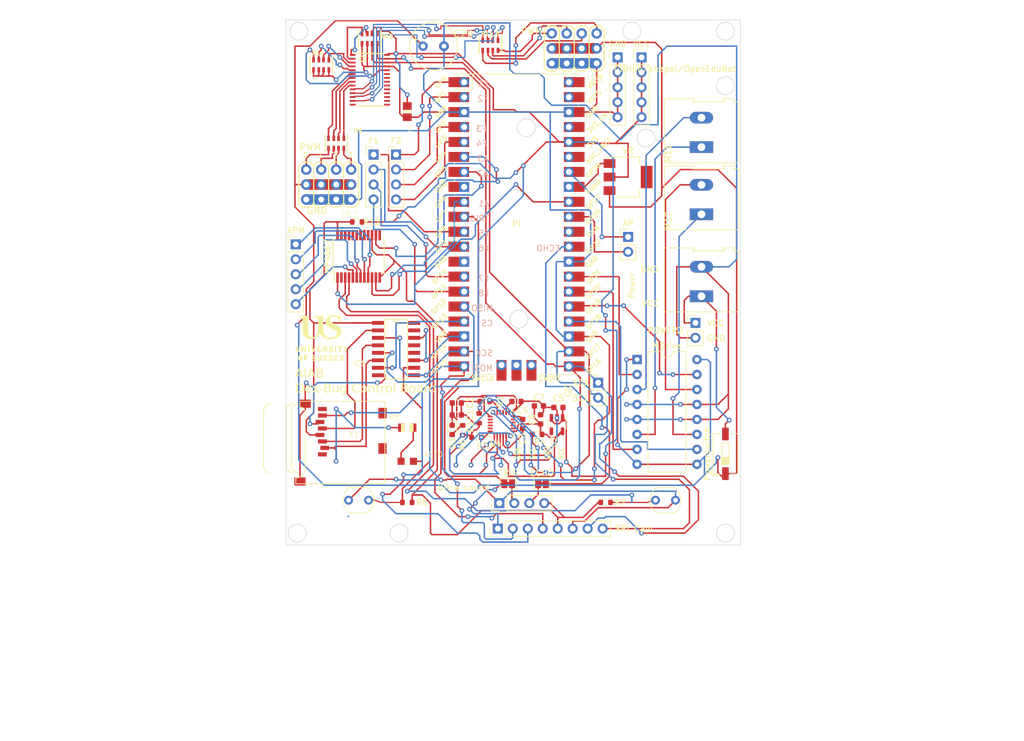
<source format=kicad_pcb>
(kicad_pcb (version 20221018) (generator pcbnew)
  (layers (0 "F.Cu" signal) (31 "B.Cu" signal) (34 "B.Paste" user) (35 "F.Paste" user) (36 "B.SilkS" user "B.Silkscreen") (37 "F.SilkS" user "F.Silkscreen") (38 "B.Mask" user) (39 "F.Mask" user) (44 "Edge.Cuts" user))
  (net 0 "")
  (footprint "Capacitor_SMD:C_0603_1608Metric" (layer "F.Cu") (at 169.291 84.328 90)
    (fp_text reference "C6")
    (fp_text value "10uF")
  )
  (footprint "Resistor_SMD:R_0603_1608Metric" (layer "F.Cu") (at 156.083 86.169 90)
    (fp_text reference "R5")
    (fp_text value "1k")
  )
  (footprint "Connector_PinHeader_2.54mm:PinHeader_1x08_P2.54mm_Vertical" (layer "F.Cu") (at 162.052 102.87 90)
    (fp_text reference "SPI Cam")
    (fp_text value "PinHeader_1x08_P2.54mm_Vertical")
  )
  (footprint "OptoDevice:R_LDR_5.1x4.3mm_P3.4mm_Vertical" (layer "F.Cu") (at 136.73 98.044)
    (fp_text reference "D1" hide)
    (fp_text value "R_LDR_5.1x4.3mm_P3.4mm_Vertical")
  )
  (footprint "Capacitor_SMD:C_0603_1608Metric" (layer "F.Cu") (at 172.326 82.296 180)
    (fp_text reference "C5")
    (fp_text value "4.7uF")
  )
  (footprint "Connector_PinHeader_2.54mm:PinHeader_1x04_P2.54mm_Vertical" (layer "F.Cu") (at 162.306 98.552 90)
    (fp_text reference "Ultra sound")
    (fp_text value "PinHeader_1x04_P2.54mm_Vertical")
  )
  (footprint "MICROSD" (layer "F.Cu") (at 142.91883 81.265 -90)
    (fp_text reference "X1")
    (fp_text value "MICROSD" hide)
  )
  (footprint "Capacitor_SMD:C_0603_1608Metric" (layer "F.Cu") (at 165.214 81.28)
    (fp_text reference "C4")
    (fp_text value "220pF" hide)
  )
  (footprint "Connector_PinHeader_2.54mm:PinHeader_1x05_P2.54mm_Vertical" (layer "F.Cu") (at 182.372 22.86)
    (fp_text reference "GND")
    (fp_text value "PinHeader_1x05_P2.54mm_Vertical")
  )
  (footprint "Button_Switch_SMD:SW_DIP_SPSTx01_Slide_6.7x4.1mm_W6.73mm_P2.54mm_LowProfile_JPin" (layer "F.Cu") (at 200.66 90.17 90)
    (fp_text reference "Powerswitch")
    (fp_text value "SW_DIP_SPSTx01_Slide_6.7x4.1mm_W6.73mm_P2.54mm_LowProfile_JPin")
  )
  (footprint "Connector_PinHeader_2.54mm:PinHeader_1x05_P2.54mm_Vertical" (layer "F.Cu") (at 127.762 54.61)
    (fp_text reference "APM")
    (fp_text value "PinHeader_1x05_P2.54mm_Vertical")
  )
  (footprint "TerminalBlock:TerminalBlock_Altech_AK300-2_P5.00mm" (layer "F.Cu") (at 196.596 49.501 90)
    (fp_text reference "M12")
    (fp_text value "TerminalBlock_Altech_AK300-2_P5.00mm" hide)
  )
  (footprint "LOGO" (layer "F.Cu") (at 132.08 70.485)
    (fp_text reference "G***" hide)
    (fp_text value "LOGO" hide)
  )
  (footprint "Connector_PinHeader_2.54mm:PinHeader_1x02_P2.54mm_Vertical" (layer "F.Cu") (at 179.07 78.1)
    (fp_text reference "I2C")
    (fp_text value "PinHeader_1x02_P2.54mm_Vertical")
  )
  (footprint "TerminalBlock:TerminalBlock_Altech_AK300-2_P5.00mm" (layer "F.Cu") (at 196.596 38.1 90)
    (fp_text reference "M11")
    (fp_text value "TerminalBlock_Altech_AK300-2_P5.00mm" hide)
  )
  (footprint "0805-NO" (layer "F.Cu") (at 146.685 32.07 -90)
    (fp_text reference "C4M")
    (fp_text value "10uF")
  )
  (footprint "MCU_RaspberryPi_and_Boards:RPi_Pico_SMD_TH" (layer "F.Cu") (at 165.215 51.196)
    (fp_text reference "PI")
    (fp_text value "RPi_Pico_SMD_TH")
  )
  (footprint "Package_DIP:DIP-16_W10.16mm" (layer "F.Cu") (at 185.674 74.168)
    (fp_text reference "MDrive")
    (fp_text value "DIP-16_W10.16mm")
  )
  (footprint "Connector_PinHeader_2.54mm:PinHeader_1x02_P2.54mm_Vertical" (layer "F.Cu") (at 195.58 67.94)
    (fp_text reference "POWER2")
    (fp_text value "PinHeader_1x02_P2.54mm_Vertical")
  )
  (footprint "Resistor_SMD:R_0603_1608Metric" (layer "F.Cu") (at 158.877 84.137 90)
    (fp_text reference "R2")
    (fp_text value "4.7k")
  )
  (footprint "R0805" (layer "F.Cu") (at 146.685 85.725)
    (fp_text reference "R8")
    (fp_text value "1K")
  )
  (footprint "Package_TO_SOT_SMD:SOT-223-3_TabPin2" (layer "F.Cu") (at 184.15 43.18)
    (fp_text reference "VR")
    (fp_text value "SOT-223-3_TabPin2")
  )
  (footprint "3X04" (layer "F.Cu") (at 175.006 21.336 180)
    (fp_text reference "JP3")
    (fp_text value "")
  )
  (footprint "OptoDevice:R_LDR_5.1x4.3mm_P3.4mm_Vertical" (layer "F.Cu") (at 188.8 98.044)
    (fp_text reference "D2" hide)
    (fp_text value "R_LDR_5.1x4.3mm_P3.4mm_Vertical")
  )
  (footprint "Resistor_SMD:R_0603_1608Metric" (layer "F.Cu") (at 159.83 81.28)
    (fp_text reference "R1")
    (fp_text value "4.7k")
  )
  (footprint "Resistor_SMD:R_0603_1608Metric" (layer "F.Cu") (at 146.685 98.425 180)
    (fp_text reference "R6")
    (fp_text value "1k")
  )
  (footprint "Capacitor_SMD:C_0603_1608Metric" (layer "F.Cu") (at 169.024 82.042)
    (fp_text reference "C7")
    (fp_text value "0.1uF")
  )
  (footprint "RESPACK_4X0603" (layer "F.Cu") (at 132.08 24.13)
    (fp_text reference "R11")
    (fp_text value "10K")
  )
  (footprint "E3,5-8" (layer "F.Cu") (at 151.13 20.955)
    (fp_text reference "C2B")
    (fp_text value "")
  )
  (footprint "Jumper:SolderJumper-2_P1.3mm_Bridged_Pad1.0x1.5mm" (layer "F.Cu") (at 163.815 95.25 180)
    (fp_text reference "TRIG")
    (fp_text value "SolderJumper-2_P1.3mm_Bridged_Pad1.0x1.5mm")
  )
  (footprint "TSSOP28" (layer "F.Cu") (at 140.335 26.67 -90)
    (fp_text reference "U1")
    (fp_text value "PCA9685")
  )
  (footprint "SO16" (layer "F.Cu") (at 144.78 72.39 -90)
    (fp_text reference "IC1")
    (fp_text value "4050D")
  )
  (footprint "LED_SMD:LED_0603_1608Metric" (layer "F.Cu") (at 154.305 86.106 -90)
    (fp_text reference "D3")
    (fp_text value "LED_Small_Filled" hide)
  )
  (footprint "Package_TO_SOT_SMD:SOT-23-5" (layer "F.Cu") (at 172.085 85.2115 -90)
    (fp_text reference "U2")
    (fp_text value "AP2112K-3.3" hide)
  )
  (footprint "Connector_PinHeader_2.54mm:PinHeader_1x02_P2.54mm_Vertical" (layer "F.Cu") (at 184.15 53.34)
    (fp_text reference "AP")
    (fp_text value "PinHeader_1x02_P2.54mm_Vertical")
  )
  (footprint "Capacitor_SMD:C_0603_1608Metric" (layer "F.Cu") (at 155.08 81.534 180)
    (fp_text reference "C2")
    (fp_text value "0.1uF")
  )
  (footprint "TerminalBlock:TerminalBlock_Altech_AK300-2_P5.00mm" (layer "F.Cu") (at 196.596 63.42 90)
    (fp_text reference "Power")
    (fp_text value "TerminalBlock_Altech_AK300-2_P5.00mm")
  )
  (footprint "Sensor_Motion:InvenSense_QFN-24_4x4mm_P0.5mm" (layer "F.Cu") (at 162.707 85.102)
    (fp_text reference "U4")
    (fp_text value "MPU-6050" hide)
  )
  (footprint "CHIP-LED0805" (layer "F.Cu") (at 146.685 91.44 90)
    (fp_text reference "ACT0")
    (fp_text value "RED")
  )
  (footprint "Capacitor_SMD:C_0603_1608Metric" (layer "F.Cu") (at 155.08 83.566 180)
    (fp_text reference "C1")
    (fp_text value "0.1uF")
  )
  (footprint "Package_SO:SSOP-24_5.3x8.2mm_P0.65mm" (layer "F.Cu") (at 138.43 56.642 90)
    (fp_text reference "HP4067")
    (fp_text value "SSOP-24_5.3x8.2mm_P0.65mm")
  )
  (footprint "Jumper:SolderJumper-2_P1.3mm_Bridged_Pad1.0x1.5mm" (layer "F.Cu") (at 169.545 95.25)
    (fp_text reference "ECHO")
    (fp_text value "SolderJumper-2_P1.3mm_Bridged_Pad1.0x1.5mm")
  )
  (footprint "3X04" (layer "F.Cu") (at 133.35 44.45 180)
    (fp_text reference "JP2")
    (fp_text value "")
  )
  (footprint "RESPACK_4X0603" (layer "F.Cu") (at 140.305 19.685)
    (fp_text reference "R10")
    (fp_text value "10K")
  )
  (footprint "Resistor_SMD:R_0603_1608Metric" (layer "F.Cu") (at 180.34 98.425 180)
    (fp_text reference "R7")
    (fp_text value "1k")
  )
  (footprint "Connector_PinHeader_2.54mm:PinHeader_1x04_P2.54mm_Vertical" (layer "F.Cu") (at 144.78 39.37)
    (fp_text reference "F2")
    (fp_text value "PinHeader_1x04_P2.54mm_Vertical")
  )
  (footprint "Resistor_SMD:R_0603_1608Metric" (layer "F.Cu") (at 138.176 50.8 180)
    (fp_text reference "R12")
    (fp_text value "1k")
  )
  (footprint "Connector_PinHeader_2.54mm:PinHeader_1x05_P2.54mm_Vertical" (layer "F.Cu") (at 186.436 22.865)
    (fp_text reference "VCC")
    (fp_text value "PinHeader_1x05_P2.54mm_Vertical")
  )
  (footprint "Connector_PinHeader_2.54mm:PinHeader_1x04_P2.54mm_Vertical" (layer "F.Cu") (at 140.97 39.37)
    (fp_text reference "F1")
    (fp_text value "PinHeader_1x04_P2.54mm_Vertical" hide)
  )
  (footprint "RESPACK_4X0603" (layer "F.Cu") (at 160.782 20.828)
    (fp_text reference "R11_5")
    (fp_text value "10K")
  )
  (footprint "Resistor_SMD:R_0603_1608Metric" (layer "F.Cu") (at 158.432 87.376 180)
    (fp_text reference "R3")
    (fp_text value "4.7k")
  )
  (footprint "RESPACK_4X0603" (layer "F.Cu") (at 134.62 37.465 180)
    (fp_text reference "R9")
    (fp_text value "220")
  )
  (footprint "Capacitor_SMD:C_0603_1608Metric" (layer "F.Cu") (at 166.243 85.103 90)
    (fp_text reference "C3")
    (fp_text value "0.1uF")
  )
  (footprint "Resistor_SMD:R_0603_1608Metric" (layer "F.Cu") (at 168.72 86.868)
    (fp_text reference "R4")
    (fp_text value "4.7k" hide)
  )
  (gr_line (start 137.668 28.194) (end 139.192 28.194) (stroke (width 0.2)) (layer "F.Cu"))
  (gr_line (start 149.098 22.86) (end 154.432 22.86) (stroke (width 0.2)) (layer "F.Cu"))
  (gr_line (start 139.446 30.226) (end 140.716 29.972) (stroke (width 0.2)) (layer "F.Cu"))
  (gr_line (start 160.274 19.05) (end 160.274 19.812) (stroke (width 0.2)) (layer "F.Cu"))
  (gr_line (start 162.814 17.78) (end 162.814 18.796) (stroke (width 0.2)) (layer "F.Cu"))
  (gr_line (start 160.274 17.78) (end 160.274 19.05) (stroke (width 0.2)) (layer "F.Cu"))
  (gr_line (start 152.4 17.526) (end 152.4 18.034) (stroke (width 0.2)) (layer "F.Cu"))
  (gr_line (start 137.668 30.226) (end 139.446 30.226) (stroke (width 0.2)) (layer "F.Cu"))
  (gr_line (start 162.814 18.796) (end 162.052 18.796) (stroke (width 0.2)) (layer "F.Cu"))
  (gr_line (start 150.368 19.05) (end 156.972 19.05) (stroke (width 0.2)) (layer "F.Cu"))
  (gr_line (start 137.668 28.956) (end 139.192 28.956) (stroke (width 0.2)) (layer "F.Cu"))
  (gr_line (start 159.512 20.066) (end 159.512 17.526) (stroke (width 0.2)) (layer "F.Cu"))
  (gr_line (start 137.668 29.464) (end 139.192 29.464) (stroke (width 0.2)) (layer "F.Cu"))
  (gr_line (start 142.24 98.425) (end 140.335 97.79) (stroke (width 0.2)) (layer "F.Cu"))
  (gr_line (start 151.892 18.034) (end 151.638 18.034) (stroke (width 0.2)) (layer "F.Cu"))
  (gr_line (start 156.972 18.288) (end 158.496 18.288) (stroke (width 0.2)) (layer "F.Cu"))
  (gr_line (start 159.512 17.526) (end 152.4 17.526) (stroke (width 0.2)) (layer "F.Cu"))
  (gr_line (start 150.368 18.288) (end 150.368 19.05) (stroke (width 0.2)) (layer "F.Cu"))
  (gr_line (start 139.192 29.464) (end 140.716 28.956) (stroke (width 0.2)) (layer "F.Cu"))
  (gr_line (start 156.972 19.05) (end 156.972 18.288) (stroke (width 0.2)) (layer "F.Cu"))
  (gr_line (start 154.178 22.86) (end 154.94 22.86) (stroke (width 0.2)) (layer "F.Cu"))
  (gr_line (start 162.052 18.796) (end 162.052 19.812) (stroke (width 0.2)) (layer "F.Cu"))
  (gr_line (start 180.975 98.425) (end 187.325 98.425) (stroke (width 0.2)) (layer "F.Cu"))
  (gr_line (start 157.48 19.304) (end 158.242 19.304) (stroke (width 0.2)) (layer "F.Cu"))
  (gr_line (start 149.606 19.304) (end 157.48 19.304) (stroke (width 0.2)) (layer "F.Cu"))
  (gr_line (start 187.325 98.425) (end 188.8 98.044) (stroke (width 0.2)) (layer "F.Cu"))
  (gr_line (start 145.415 98.425) (end 142.24 98.425) (stroke (width 0.2)) (layer "F.Cu"))
  (gr_line (start 139.192 28.194) (end 140.716 26.924) (stroke (width 0.2)) (layer "F.Cu"))
  (gr_line (start 161.29 17.78) (end 161.29 18.796) (stroke (width 0.2)) (layer "F.Cu"))
  (gr_line (start 161.29 18.796) (end 161.29 19.812) (stroke (width 0.2)) (layer "F.Cu"))
  (gr_line (start 139.192 28.956) (end 140.716 27.94) (stroke (width 0.2)) (layer "F.Cu"))
  (gr_line (start 152.4 18.034) (end 151.892 18.034) (stroke (width 0.2)) (layer "F.Cu"))
  (gr_line (start 154.94 22.86) (end 156.464 22.86) (stroke (width 0.2)) (layer "B.Cu"))
  (gr_line (start 142.494 27.94) (end 142.494 19.05) (stroke (width 0.2)) (layer "B.Cu"))
  (gr_line (start 156.464 22.86) (end 156.464 20.066) (stroke (width 0.2)) (layer "B.Cu"))
  (gr_line (start 161.29 20.066) (end 161.29 19.05) (stroke (width 0.2)) (layer "B.Cu"))
  (gr_line (start 140.97 26.416) (end 140.97 17.272) (stroke (width 0.2)) (layer "B.Cu"))
  (gr_line (start 159.004 18.796) (end 160.782 18.796) (stroke (width 0.2)) (layer "B.Cu"))
  (gr_line (start 140.716 27.94) (end 141.478 27.178) (stroke (width 0.2)) (layer "B.Cu"))
  (gr_line (start 161.29 18.288) (end 161.29 17.78) (stroke (width 0.2)) (layer "B.Cu"))
  (gr_line (start 140.97 17.272) (end 151.638 17.272) (stroke (width 0.2)) (layer "B.Cu"))
  (gr_line (start 157.988 19.304) (end 159.004 18.796) (stroke (width 0.2)) (layer "B.Cu"))
  (gr_line (start 161.29 19.05) (end 162.814 17.78) (stroke (width 0.2)) (layer "B.Cu"))
  (gr_line (start 148.336 19.05) (end 148.336 22.86) (stroke (width 0.2)) (layer "B.Cu"))
  (gr_line (start 158.496 18.288) (end 159.766 18.288) (stroke (width 0.2)) (layer "B.Cu"))
  (gr_line (start 148.336 22.86) (end 149.098 22.86) (stroke (width 0.2)) (layer "B.Cu"))
  (gr_line (start 150.368 17.78) (end 150.368 18.288) (stroke (width 0.2)) (layer "B.Cu"))
  (gr_line (start 160.782 18.796) (end 161.29 18.288) (stroke (width 0.2)) (layer "B.Cu"))
  (gr_line (start 141.986 18.288) (end 149.606 18.288) (stroke (width 0.2)) (layer "B.Cu"))
  (gr_line (start 151.638 17.272) (end 151.638 18.034) (stroke (width 0.2)) (layer "B.Cu"))
  (gr_line (start 156.464 20.066) (end 161.29 20.066) (stroke (width 0.2)) (layer "B.Cu"))
  (gr_line (start 141.986 27.686) (end 141.986 18.288) (stroke (width 0.2)) (layer "B.Cu"))
  (gr_line (start 141.478 27.178) (end 141.478 17.78) (stroke (width 0.2)) (layer "B.Cu"))
  (gr_line (start 142.494 19.05) (end 148.336 19.05) (stroke (width 0.2)) (layer "B.Cu"))
  (gr_line (start 140.716 26.924) (end 140.97 26.416) (stroke (width 0.2)) (layer "B.Cu"))
  (gr_line (start 141.478 17.78) (end 150.368 17.78) (stroke (width 0.2)) (layer "B.Cu"))
  (gr_line (start 159.766 18.288) (end 160.274 17.78) (stroke (width 0.2)) (layer "B.Cu"))
  (gr_line (start 140.716 28.956) (end 141.986 27.686) (stroke (width 0.2)) (layer "B.Cu"))
  (gr_line (start 149.606 18.288) (end 149.606 19.304) (stroke (width 0.2)) (layer "B.Cu"))
  (gr_line (start 140.716 29.972) (end 142.494 27.94) (stroke (width 0.2)) (layer "B.Cu"))
  (gr_circle (center 200.66 27.686) (end 200.66 26.162) (stroke (width 0.1)) (fill none) (layer "Edge.Cuts"))
  (gr_circle (center 187.198 36.576) (end 187.198 35.052) (stroke (width 0.1)) (fill none) (layer "Edge.Cuts"))
  (gr_circle (center 200.66 18.415) (end 200.66 16.891) (stroke (width 0.1)) (fill none) (layer "Edge.Cuts"))
  (gr_circle (center 200.66 103.632) (end 200.66 102.108) (stroke (width 0.1)) (fill none) (layer "Edge.Cuts"))
  (gr_circle (center 128.016 103.632) (end 128.016 102.108) (stroke (width 0.1)) (fill none) (layer "Edge.Cuts"))
  (gr_rect (start 126.111 16.51) (end 203.2 105.664) (stroke (width 0.1)) (fill none) (layer "Edge.Cuts"))
  (gr_circle (center 184.785 18.415) (end 184.785 16.891) (stroke (width 0.1)) (fill none) (layer "Edge.Cuts"))
  (gr_circle (center 145.288 103.632) (end 145.288 102.108) (stroke (width 0.1)) (fill none) (layer "Edge.Cuts"))
  (gr_circle (center 165.608 67.31) (end 165.608 65.786) (stroke (width 0.1)) (fill none) (layer "Edge.Cuts"))
  (gr_circle (center 166.878 34.798) (end 166.878 33.274) (stroke (width 0.1)) (fill none) (layer "Edge.Cuts"))
  (gr_circle (center 128.27 18.415) (end 128.27 16.891) (stroke (width 0.1)) (fill none) (layer "Edge.Cuts"))
  (gr_text "F2" (at 160.528 30.48) (layer "B.SilkS") (effects (font (size 1 1)) (justify left bottom mirror)))
  (gr_text "F3\n" (at 160.274 35.56) (layer "B.SilkS") (effects (font (size 1 1)) (justify left bottom mirror)))
  (gr_text "A2\n" (at 160.528 43.18) (layer "B.SilkS") (effects (font (size 1 1)) (justify left bottom mirror)))
  (gr_text "SCK" (at 161.29 73.66) (layer "B.SilkS") (effects (font (size 1 1)) (justify left bottom mirror)))
  (gr_text "MISO" (at 161.29 66.04) (layer "B.SilkS") (effects (font (size 1 1)) (justify left bottom mirror)))
  (gr_text "A3\n" (at 160.528 40.64) (layer "B.SilkS") (effects (font (size 1 1)) (justify left bottom mirror)))
  (gr_text "CS" (at 161.29 68.58) (layer "B.SilkS") (effects (font (size 1 1)) (justify left bottom mirror)))
  (gr_text "A1" (at 160.655 48.26) (layer "B.SilkS") (effects (font (size 1 1)) (justify left bottom mirror)))
  (gr_text "F1" (at 160.528 27.94) (layer "B.SilkS") (effects (font (size 1 1)) (justify left bottom mirror)))
  (gr_text "F4" (at 160.274 38.1) (layer "B.SilkS") (effects (font (size 1 1)) (justify left bottom mirror)))
  (gr_text "F5" (at 160.655 53.34) (layer "B.SilkS") (effects (font (size 1 1)) (justify left bottom mirror)))
  (gr_text "MOSI\n" (at 161.29 76.2) (layer "B.SilkS") (effects (font (size 1 1)) (justify left bottom mirror)))
  (gr_text "F6" (at 160.655 55.88) (layer "B.SilkS") (effects (font (size 1 1)) (justify left bottom mirror)))
  (gr_text "F7" (at 160.655 60.96) (layer "B.SilkS") (effects (font (size 1 1)) (justify left bottom mirror)))
  (gr_text "ECHO" (at 172.72 55.88) (layer "B.SilkS") (effects (font (size 1 1)) (justify left bottom mirror)))
  (gr_text "F8" (at 160.655 63.5) (layer "B.SilkS") (effects (font (size 1 1)) (justify left bottom mirror)))
  (gr_text "TRIG" (at 160.655 50.8) (layer "B.SilkS") (effects (font (size 1 1)) (justify left bottom mirror)))
  (gr_text "VCC" (at 197.485 68.58) (layer "F.SilkS") (effects (font (size 1 1)) (justify left bottom)))
  (gr_text "2" (at 133.985 40.005) (layer "F.SilkS") (effects (font (size 0.89408 0.89408) (thickness 0.12192)) (justify left bottom)))
  (gr_text "PWM" (at 128.27 38.735) (layer "F.SilkS") (effects (font (size 1.1176 1.1176) (thickness 0.1524)) (justify left bottom)))
  (gr_text "SDA" (at 165.989 91.186 90) (layer "F.SilkS") (effects (font (size 1 0.7)) (justify left bottom)))
  (gr_text "1" (at 131.445 40.005) (layer "F.SilkS") (effects (font (size 0.89408 0.89408) (thickness 0.12192)) (justify left bottom)))
  (gr_text "SCL" (at 168.529 91.186 90) (layer "F.SilkS") (effects (font (size 1 0.7)) (justify left bottom)))
  (gr_text "GitHub/shepai/OpenEduBot" (at 181.61 25.4) (layer "F.SilkS") (effects (font (size 1 1)) (justify left bottom)))
  (gr_text "VCC" (at 173.467 91.129 90) (layer "F.SilkS") (effects (font (size 1 0.7)) (justify left bottom)))
  (gr_text "GND" (at 197.485 71.12) (layer "F.SilkS") (effects (font (size 1 1)) (justify left bottom)))
  (gr_text "VCC" (at 186.436 65.278) (layer "F.SilkS") (effects (font (size 1 1)) (justify left bottom)))
  (gr_text "SCL\n" (at 174.625 81.28) (layer "F.SilkS") (effects (font (size 1 1)) (justify left bottom)))
  (gr_text "GND" (at 129.54 49.53) (layer "F.SilkS") (effects (font (size 1.1176 1.1176) (thickness 0.1524)) (justify left bottom)))
  (gr_text "GND" (at 186.182 59.436) (layer "F.SilkS") (effects (font (size 1 1)) (justify left bottom)))
  (gr_text "SDA" (at 174.625 78.74) (layer "F.SilkS") (effects (font (size 1 1)) (justify left bottom)))
  (gr_text "3" (at 136.525 40.005) (layer "F.SilkS") (effects (font (size 0.89408 0.89408) (thickness 0.12192)) (justify left bottom)))
  (gr_text "0" (at 128.905 40.005) (layer "F.SilkS") (effects (font (size 0.89408 0.89408) (thickness 0.12192)) (justify left bottom)))
  (gr_text "AIAB \nDex-Bug Control Board" (at 127.635 80.01) (layer "F.SilkS") (effects (font (size 1.5 1.5) (thickness 0.3)) (justify left bottom)))
  (gr_text "GND\n" (at 171.069 91.186 90) (layer "F.SilkS") (effects (font (size 1 0.7)) (justify left bottom)))
  (gr_text "PWM" (at 165.862 19.05) (layer "F.SilkS") (effects (font (size 1.1176 1.1176) (thickness 0.1524)) (justify left bottom)))
  (segment (start 143.2528 23.745) (end 141.22 23.745) (width 0.25) (layer "F.Cu") (net 0))
  (segment (start 151.13 92.075) (end 151.13 68.58) (width 0.25) (layer "F.Cu") (net 0))
  (segment (start 179.832 20.32) (end 178.816 21.336) (width 0.25) (layer "F.Cu") (net 0))
  (segment (start 140.705 63.003) (end 140.705 60.242) (width 0.25) (layer "F.Cu") (net 0))
  (segment (start 189.484 76.454) (end 189.484 71.12) (width 0.25) (layer "F.Cu") (net 0))
  (segment (start 182.118 37.465) (end 182.118 37.343) (width 0.25) (layer "F.Cu") (net 0))
  (segment (start 144.399 57.848) (end 144.399 57.277) (width 0.25) (layer "F.Cu") (net 0))
  (segment (start 193.68 67.94) (end 195.58 67.94) (width 0.25) (layer "F.Cu") (net 0))
  (segment (start 168.249 82.042) (end 168.249 84.061) (width 0.25) (layer "F.Cu") (net 0))
  (segment (start 141.84 23.095) (end 141.605 22.86) (width 0.25) (layer "F.Cu") (net 0))
  (segment (start 160.02 23.876) (end 159.482 23.338) (width 0.25) (layer "F.Cu") (net 0))
  (segment (start 143.2528 23.095) (end 141.84 23.095) (width 0.25) (layer "F.Cu") (net 0))
  (segment (start 156.325 29.606) (end 150.734 29.606) (width 0.25) (layer "F.Cu") (net 0))
  (segment (start 135.128 65.405) (end 135.128 64.008) (width 0.25) (layer "F.Cu") (net 0))
  (segment (start 152.4 94.615) (end 153.289 94.615) (width 0.25) (layer "F.Cu") (net 0))
  (segment (start 155.321 88.9) (end 153.877 90.344) (width 0.25) (layer "F.Cu") (net 0))
  (segment (start 160.655 81.28) (end 160.655 81.026) (width 0.25) (layer "F.Cu") (net 0))
  (segment (start 174.625 93.98) (end 174.625 92.536) (width 0.25) (layer "F.Cu") (net 0))
  (segment (start 139.005 24.07) (end 139.005 20.535) (width 0.25) (layer "F.Cu") (net 0))
  (segment (start 180.975 83.185) (end 179.705 84.455) (width 0.25) (layer "F.Cu") (net 0))
  (segment (start 173.66 84.699) (end 173.66 91.571) (width 0.25) (layer "F.Cu") (net 0))
  (segment (start 156.083 86.994) (end 157.225 86.994) (width 0.25) (layer "F.Cu") (net 0))
  (segment (start 151.526 55.006) (end 149.86 53.34) (width 0.25) (layer "F.Cu") (net 0))
  (segment (start 196.596 63.42) (end 194.39 63.42) (width 0.25) (layer "F.Cu") (net 0))
  (segment (start 165.1 23.876) (end 160.02 23.876) (width 0.25) (layer "F.Cu") (net 0))
  (segment (start 174.105 49.926) (end 177.561 49.926) (width 0.25) (layer "F.Cu") (net 0))
  (segment (start 196.596 58.42) (end 192.405 58.42) (width 0.25) (layer "F.Cu") (net 0))
  (segment (start 158.75 78.74) (end 158.75 50.8) (width 0.25) (layer "F.Cu") (net 0))
  (segment (start 166.878 23.114) (end 161.036 23.114) (width 0.25) (layer "F.Cu") (net 0))
  (segment (start 196.088 101.346) (end 193.802 103.632) (width 0.25) (layer "F.Cu") (net 0))
  (segment (start 158.877 83.312) (end 158.877 82.483) (width 0.25) (layer "F.Cu") (net 0))
  (segment (start 151.384 96.774) (end 155.448 100.838) (width 0.25) (layer "F.Cu") (net 0))
  (segment (start 180.975 71.755) (end 180.975 83.185) (width 0.25) (layer "F.Cu") (net 0))
  (segment (start 178.435 85.09) (end 178.435 92.71) (width 0.25) (layer "F.Cu") (net 0))
  (segment (start 178.816 17.526) (end 178.816 18.796) (width 0.25) (layer "F.Cu") (net 0))
  (segment (start 135.255 28.575) (end 136.835 26.995) (width 0.25) (layer "F.Cu") (net 0))
  (segment (start 142.875 77.47) (end 142.24 78.105) (width 0.25) (layer "F.Cu") (net 0))
  (segment (start 199.39 90.805) (end 199.39 93.345) (width 0.25) (layer "F.Cu") (net 0))
  (segment (start 140.335 58.293) (end 140.055 58.573) (width 0.25) (layer "F.Cu") (net 0))
  (segment (start 180.975 86.36) (end 180.34 85.725) (width 0.25) (layer "F.Cu") (net 0))
  (segment (start 180.34 85.725) (end 179.705 85.725) (width 0.25) (layer "F.Cu") (net 0))
  (segment (start 150.495 68.58) (end 148.59 66.675) (width 0.25) (layer "F.Cu") (net 0))
  (segment (start 146.812 64.262) (end 146.558 64.008) (width 0.25) (layer "F.Cu") (net 0))
  (segment (start 178.816 23.876) (end 178.816 30.734) (width 0.25) (layer "F.Cu") (net 0))
  (segment (start 174.752 101.6) (end 174.752 102.87) (width 0.25) (layer "F.Cu") (net 0))
  (segment (start 141.96 25.045) (end 143.2528 25.045) (width 0.25) (layer "F.Cu") (net 0))
  (segment (start 130.81 60.96) (end 130.81 51.435) (width 0.25) (layer "F.Cu") (net 0))
  (segment (start 140.97 17.78) (end 140.97 18.15) (width 0.25) (layer "F.Cu") (net 0))
  (segment (start 156.325 76.847) (end 156.21 76.962) (width 0.25) (layer "F.Cu") (net 0))
  (segment (start 147.685 87.9) (end 147.685 85.725) (width 0.25) (layer "F.Cu") (net 0))
  (segment (start 156.325 60.086) (end 150.256 60.086) (width 0.25) (layer "F.Cu") (net 0))
  (segment (start 183.388 93.98) (end 193.548 93.98) (width 0.25) (layer "F.Cu") (net 0))
  (segment (start 146.685 33.02) (end 146.05 33.02) (width 0.25) (layer "F.Cu") (net 0))
  (segment (start 173.355 94.615) (end 172.72 93.98) (width 0.25) (layer "F.Cu") (net 0))
  (segment (start 170.815 87.376) (end 171.831 87.376) (width 0.25) (layer "F.Cu") (net 0))
  (segment (start 199.39 81.788) (end 195.834 81.788) (width 0.25) (layer "F.Cu") (net 0))
  (segment (start 140.335 24.395) (end 139.33 24.395) (width 0.25) (layer "F.Cu") (net 0))
  (segment (start 135.92 39.34) (end 135.92 38.315) (width 0.25) (layer "F.Cu") (net 0))
  (segment (start 186.436 103.632) (end 186.436 103.886) (width 0.25) (layer "F.Cu") (net 0))
  (segment (start 180.34 66.675) (end 180.34 69.215) (width 0.25) (layer "F.Cu") (net 0))
  (segment (start 167.64 17.018) (end 165.1 19.558) (width 0.25) (layer "F.Cu") (net 0))
  (segment (start 147.51 98.425) (end 147.51 97.155) (width 0.25) (layer "F.Cu") (net 0))
  (segment (start 192.405 69.85) (end 193.04 70.485) (width 0.25) (layer "F.Cu") (net 0))
  (segment (start 149.225 70.485) (end 147.8534 70.485) (width 0.25) (layer "F.Cu") (net 0))
  (segment (start 201.295 84.455) (end 200.66 85.09) (width 0.25) (layer "F.Cu") (net 0))
  (segment (start 136.805 63.093) (end 136.805 60.242) (width 0.25) (layer "F.Cu") (net 0))
  (segment (start 161.798 43.688) (end 162.052 43.942) (width 0.25) (layer "F.Cu") (net 0))
  (segment (start 169.799 89.154) (end 170.047305 89.154) (width 0.25) (layer "F.Cu") (net 0))
  (segment (start 165.989 81.28) (end 165.989 81.788) (width 0.25) (layer "F.Cu") (net 0))
  (segment (start 155.321 22.225) (end 144.78 22.225) (width 0.25) (layer "F.Cu") (net 0))
  (segment (start 141.7066 67.945) (end 130.81 67.945) (width 0.25) (layer "F.Cu") (net 0))
  (segment (start 186.436 103.886) (end 186.436 103.886) (width 0.25) (layer "F.Cu") (net 0))
  (segment (start 151.765 34.925) (end 151.765 40.61) (width 0.25) (layer "F.Cu") (net 0))
  (segment (start 199.39 84.328) (end 195.834 84.328) (width 0.25) (layer "F.Cu") (net 0))
  (segment (start 155.194 99.06) (end 155.956 99.822) (width 0.25) (layer "F.Cu") (net 0))
  (segment (start 141.478 62.484) (end 141.355 62.361) (width 0.25) (layer "F.Cu") (net 0))
  (segment (start 132.08 26.035) (end 133.35 26.035) (width 0.25) (layer "F.Cu") (net 0))
  (segment (start 143.51 18.415) (end 142.24 18.415) (width 0.25) (layer "F.Cu") (net 0))
  (segment (start 140.335 26.035) (end 140.97 26.035) (width 0.25) (layer "F.Cu") (net 0))
  (segment (start 158.369 86.106) (end 158.877 85.598) (width 0.25) (layer "F.Cu") (net 0))
  (segment (start 157.48 92.075) (end 157.592 92.187) (width 0.25) (layer "F.Cu") (net 0))
  (segment (start 133.38 26.005) (end 133.38 24.98) (width 0.25) (layer "F.Cu") (net 0))
  (segment (start 162.457 89.432) (end 162.941 89.916) (width 0.25) (layer "F.Cu") (net 0))
  (segment (start 194.564 96.266) (end 192.786 94.488) (width 0.25) (layer "F.Cu") (net 0))
  (segment (start 131.68 23.28) (end 131.68 21.99) (width 0.25) (layer "F.Cu") (net 0))
  (segment (start 186.69 103.632) (end 186.436 103.632) (width 0.25) (layer "F.Cu") (net 0))
  (segment (start 169.799 83.045) (end 169.291 83.553) (width 0.25) (layer "F.Cu") (net 0))
  (segment (start 144.399 57.277) (end 143.51 56.388) (width 0.25) (layer "F.Cu") (net 0))
  (segment (start 152.4 93.472) (end 151.384 94.488) (width 0.25) (layer "F.Cu") (net 0))
  (segment (start 152.004 34.686) (end 151.765 34.925) (width 0.25) (layer "F.Cu") (net 0))
  (segment (start 156.325 55.006) (end 151.526 55.006) (width 0.25) (layer "F.Cu") (net 0))
  (segment (start 161.798 41.91) (end 161.798 43.688) (width 0.25) (layer "F.Cu") (net 0))
  (segment (start 141.986 55.245) (end 144.78 55.245) (width 0.25) (layer "F.Cu") (net 0))
  (segment (start 172.481 37.226) (end 167.381442 32.126442) (width 0.25) (layer "F.Cu") (net 0))
  (segment (start 192.405 58.42) (end 192.405 69.85) (width 0.25) (layer "F.Cu") (net 0))
  (segment (start 156.972 77.724) (end 155.702 77.724) (width 0.25) (layer "F.Cu") (net 0))
  (segment (start 133.985 34.29) (end 133.985 28.575) (width 0.25) (layer "F.Cu") (net 0))
  (segment (start 163.457 82.262) (end 163.457 83.152) (width 0.25) (layer "F.Cu") (net 0))
  (segment (start 156.337 24.765) (end 147.32 24.765) (width 0.25) (layer "F.Cu") (net 0))
  (segment (start 145.86 96.075) (end 150.495 91.44) (width 0.25) (layer "F.Cu") (net 0))
  (segment (start 149.621 52.466) (end 146.05 48.895) (width 0.25) (layer "F.Cu") (net 0))
  (segment (start 157.592 91.201) (end 157.592 91.963) (width 0.25) (layer "F.Cu") (net 0))
  (segment (start 134.874 62.992) (end 134.855 62.973) (width 0.25) (layer "F.Cu") (net 0))
  (segment (start 189.484 71.12) (end 183.388 65.024) (width 0.25) (layer "F.Cu") (net 0))
  (segment (start 148.59 33.02) (end 146.685 33.02) (width 0.25) (layer "F.Cu") (net 0))
  (segment (start 176.022 77.243) (end 176.022 82.423) (width 0.25) (layer "F.Cu") (net 0))
  (segment (start 153.035 93.345) (end 153.035 81.28) (width 0.25) (layer "F.Cu") (net 0))
  (segment (start 142.875 76.835) (end 141.7066 76.835) (width 0.25) (layer "F.Cu") (net 0))
  (segment (start 195.834 76.708) (end 191.77 76.708) (width 0.25) (layer "F.Cu") (net 0))
  (segment (start 156.325 32.146) (end 149.464 32.146) (width 0.25) (layer "F.Cu") (net 0))
  (segment (start 191.516 80.772) (end 191.516 80.772) (width 0.25) (layer "F.Cu") (net 0))
  (segment (start 201.168 82.55) (end 199.39 84.328) (width 0.25) (layer "F.Cu") (net 0))
  (segment (start 176.276 20.066) (end 169.926 20.066) (width 0.25) (layer "F.Cu") (net 0))
  (segment (start 165.214 82.304315) (end 165.214 80.802183) (width 0.25) (layer "F.Cu") (net 0))
  (segment (start 186.436 33.025) (end 186.436 22.865) (width 0.25) (layer "F.Cu") (net 0))
  (segment (start 129.37883 78.26617) (end 129.37883 81.665) (width 0.25) (layer "F.Cu") (net 0))
  (segment (start 150.876 103.886) (end 155.194 103.886) (width 0.25) (layer "F.Cu") (net 0))
  (segment (start 164.465 90.424) (end 170.292 90.424) (width 0.25) (layer "F.Cu") (net 0))
  (segment (start 130.78 26.005) (end 130.78 24.98) (width 0.25) (layer "F.Cu") (net 0))
  (segment (start 171.45 93.98) (end 163.83 93.98) (width 0.25) (layer "F.Cu") (net 0))
  (segment (start 136.906 59.944) (end 136.906 60.452) (width 0.25) (layer "F.Cu") (net 0))
  (segment (start 154.565299 93.574) (end 158.957 93.574) (width 0.25) (layer "F.Cu") (net 0))
  (segment (start 140.97 18.15) (end 140.705 18.415) (width 0.25) (layer "F.Cu") (net 0))
  (segment (start 149.86 59.69) (end 149.86 54.61) (width 0.25) (layer "F.Cu") (net 0))
  (segment (start 137.1786 21.6086) (end 137.1786 22.2064) (width 0.25) (layer "F.Cu") (net 0))
  (segment (start 173.355 100.965) (end 170.942 98.552) (width 0.25) (layer "F.Cu") (net 0))
  (segment (start 196.596 58.42) (end 201.168 62.992) (width 0.25) (layer "F.Cu") (net 0))
  (segment (start 200.66 93.535) (end 202.375 93.535) (width 0.25) (layer "F.Cu") (net 0))
  (segment (start 165.1 92.075) (end 165.1 92.287) (width 0.25) (layer "F.Cu") (net 0))
  (segment (start 155.656183 80.48) (end 159.131 80.48) (width 0.25) (layer "F.Cu") (net 0))
  (segment (start 159.73 80.787538) (end 159.73 82.825) (width 0.25) (layer "F.Cu") (net 0))
  (segment (start 132.842 50.8) (end 134.62 50.8) (width 0.25) (layer "F.Cu") (net 0))
  (segment (start 163.457 88.137402) (end 163.707299 88.387701) (width 0.25) (layer "F.Cu") (net 0))
  (segment (start 185.674 86.868) (end 188.722 86.868) (width 0.25) (layer "F.Cu") (net 0))
  (segment (start 146.685 96.52) (end 151.13 92.075) (width 0.25) (layer "F.Cu") (net 0))
  (segment (start 171.017 90.123695) (end 171.017 90.724305) (width 0.25) (layer "F.Cu") (net 0))
  (segment (start 167.381442 32.126442) (end 165.222442 32.126442) (width 0.25) (layer "F.Cu") (net 0))
  (segment (start 173.035 82.362) (end 173.101 82.296) (width 0.25) (layer "F.Cu") (net 0))
  (segment (start 195.834 81.788) (end 193.04 81.788) (width 0.25) (layer "F.Cu") (net 0))
  (segment (start 161.163 81.28) (end 160.655 81.28) (width 0.25) (layer "F.Cu") (net 0))
  (segment (start 193.091 44.501) (end 196.596 44.501) (width 0.25) (layer "F.Cu") (net 0))
  (segment (start 137.455 58.969) (end 137.455 60.242) (width 0.25) (layer "F.Cu") (net 0))
  (segment (start 145.415 70.485) (end 141.7066 70.485) (width 0.25) (layer "F.Cu") (net 0))
  (segment (start 129.54 40.005) (end 129.54 41.91) (width 0.25) (layer "F.Cu") (net 0))
  (segment (start 166.243 84.328) (end 165.767 83.852) (width 0.25) (layer "F.Cu") (net 0))
  (segment (start 153.289 94.615) (end 153.416 94.488) (width 0.25) (layer "F.Cu") (net 0))
  (segment (start 172.212 100.965) (end 171.069 99.822) (width 0.25) (layer "F.Cu") (net 0))
  (segment (start 156.325 52.466) (end 149.621 52.466) (width 0.25) (layer "F.Cu") (net 0))
  (segment (start 132.67883 89.165) (end 134.25 89.165) (width 0.25) (layer "F.Cu") (net 0))
  (segment (start 169.291 85.103) (end 165.722 85.103) (width 0.25) (layer "F.Cu") (net 0))
  (segment (start 156.591 83.566) (end 155.855 83.566) (width 0.25) (layer "F.Cu") (net 0))
  (segment (start 136.525 83.185) (end 136.045 83.665) (width 0.25) (layer "F.Cu") (net 0))
  (segment (start 188.722 86.868) (end 188.722 78.994) (width 0.25) (layer "F.Cu") (net 0))
  (segment (start 161.798 100.33) (end 169.672 100.33) (width 0.25) (layer "F.Cu") (net 0))
  (segment (start 158.115 86.106) (end 158.369 86.106) (width 0.25) (layer "F.Cu") (net 0))
  (segment (start 174.625 92.536) (end 173.66 91.571) (width 0.25) (layer "F.Cu") (net 0))
  (segment (start 156.21 76.962) (end 153.924 76.962) (width 0.25) (layer "F.Cu") (net 0))
  (segment (start 132.588 59.817) (end 130.175 62.23) (width 0.25) (layer "F.Cu") (net 0))
  (segment (start 178.435 55.88) (end 184.15 55.88) (width 0.25) (layer "F.Cu") (net 0))
  (segment (start 136.775 23.745) (end 137.4172 23.745) (width 0.25) (layer "F.Cu") (net 0))
  (segment (start 171.657 87.727) (end 171.657 93.773) (width 0.25) (layer "F.Cu") (net 0))
  (segment (start 163.322 21.844) (end 163.156 21.678) (width 0.25) (layer "F.Cu") (net 0))
  (segment (start 131.68 21.99) (end 132.08 21.59) (width 0.25) (layer "F.Cu") (net 0))
  (segment (start 171.135 84.458251) (end 171.135 84.074) (width 0.25) (layer "F.Cu") (net 0))
  (segment (start 199.136 65.96) (end 199.136 72.39) (width 0.25) (layer "F.Cu") (net 0))
  (segment (start 134.495 16.635) (end 145.032 16.635) (width 0.25) (layer "F.Cu") (net 0))
  (segment (start 139.446 57.15) (end 139.405 57.191) (width 0.25) (layer "F.Cu") (net 0))
  (segment (start 193.04 41.91) (end 189.865 45.085) (width 0.25) (layer "F.Cu") (net 0))
  (segment (start 140.055 58.573) (end 140.055 60.242) (width 0.25) (layer "F.Cu") (net 0))
  (segment (start 130.81 51.435) (end 127.635 48.26) (width 0.25) (layer "F.Cu") (net 0))
  (segment (start 156.325 27.066) (end 151.369 27.066) (width 0.25) (layer "F.Cu") (net 0))
  (segment (start 150.495 91.44) (end 150.495 68.58) (width 0.25) (layer "F.Cu") (net 0))
  (segment (start 179.705 53.34) (end 184.15 53.34) (width 0.25) (layer "F.Cu") (net 0))
  (segment (start 144.78 22.225) (end 144.78 19.685) (width 0.25) (layer "F.Cu") (net 0))
  (segment (start 139.965 24.395) (end 140.335 24.395) (width 0.25) (layer "F.Cu") (net 0))
  (segment (start 147.955 62.23) (end 147.955 54.61) (width 0.25) (layer "F.Cu") (net 0))
  (segment (start 140.335 56.388) (end 140.335 58.293) (width 0.25) (layer "F.Cu") (net 0))
  (segment (start 148.59 66.04) (end 137.16 66.04) (width 0.25) (layer "F.Cu") (net 0))
  (segment (start 138.63 88.065) (end 132.27883 88.065) (width 0.25) (layer "F.Cu") (net 0))
  (segment (start 129.54 78.105) (end 129.37883 78.26617) (width 0.25) (layer "F.Cu") (net 0))
  (segment (start 143.51 48.895) (end 143.51 39.37) (width 0.25) (layer "F.Cu") (net 0))
  (segment (start 140.335 74.295) (end 141.7066 74.295) (width 0.25) (layer "F.Cu") (net 0))
  (segment (start 136.865 25.695) (end 137.4172 25.695) (width 0.25) (layer "F.Cu") (net 0))
  (segment (start 162.866701 90.932) (end 161.163 90.932) (width 0.25) (layer "F.Cu") (net 0))
  (segment (start 181 43.18) (end 184.15 43.18) (width 0.25) (layer "F.Cu") (net 0))
  (segment (start 156.109 81.28) (end 155.855 81.534) (width 0.25) (layer "F.Cu") (net 0))
  (segment (start 162.457 87.908) (end 162.457 89.432) (width 0.25) (layer "F.Cu") (net 0))
  (segment (start 146.05 22.86) (end 145.815 23.095) (width 0.25) (layer "F.Cu") (net 0))
  (segment (start 127.635 44.45) (end 129.54 44.45) (width 0.25) (layer "F.Cu") (net 0))
  (segment (start 201.168 62.992) (end 201.168 80.01) (width 0.25) (layer "F.Cu") (net 0))
  (segment (start 158.242 98.552) (end 157.226 99.568) (width 0.25) (layer "F.Cu") (net 0))
  (segment (start 141.22 23.745) (end 140.705 23.23) (width 0.25) (layer "F.Cu") (net 0))
  (segment (start 140.727 63.003) (end 140.97 63.246) (width 0.25) (layer "F.Cu") (net 0))
  (segment (start 145.415 32.385) (end 145.415 25.4) (width 0.25) (layer "F.Cu") (net 0))
  (segment (start 137.1786 22.2064) (end 137.4172 22.445) (width 0.25) (layer "F.Cu") (net 0))
  (segment (start 171.657 93.773) (end 171.45 93.98) (width 0.25) (layer "F.Cu") (net 0))
  (segment (start 178.816 30.734) (end 177.404 32.146) (width 0.25) (layer "F.Cu") (net 0))
  (segment (start 140.97 26.035) (end 141.96 25.045) (width 0.25) (layer "F.Cu") (net 0))
  (segment (start 189.865 21.463) (end 188.722 20.32) (width 0.25) (layer "F.Cu") (net 0))
  (segment (start 144.272 63.246) (end 140.97 63.246) (width 0.25) (layer "F.Cu") (net 0))
  (segment (start 150.622 103.632) (end 150.622 98.552) (width 0.25) (layer "F.Cu") (net 0))
  (segment (start 158.957 93.574) (end 160.132 92.399) (width 0.25) (layer "F.Cu") (net 0))
  (segment (start 148.351 62.626) (end 147.955 62.23) (width 0.25) (layer "F.Cu") (net 0))
  (segment (start 174.105 37.226) (end 170.292 37.226) (width 0.25) (layer "F.Cu") (net 0))
  (segment (start 176.276 18.796) (end 176.276 20.066) (width 0.25) (layer "F.Cu") (net 0))
  (segment (start 133.35 26.035) (end 133.985 26.035) (width 0.25) (layer "F.Cu") (net 0))
  (segment (start 154.305 83.566) (end 155.08 84.341) (width 0.25) (layer "F.Cu") (net 0))
  (segment (start 145.86 98.425) (end 145.86 96.075) (width 0.25) (layer "F.Cu") (net 0))
  (segment (start 201.168 80.01) (end 199.39 81.788) (width 0.25) (layer "F.Cu") (net 0))
  (segment (start 179.705 95.25) (end 170.195 95.25) (width 0.25) (layer "F.Cu") (net 0))
  (segment (start 129.37883 82.71117) (end 128.47883 83.61117) (width 0.25) (layer "F.Cu") (net 0))
  (segment (start 193.802 103.632) (end 186.69 103.632) (width 0.25) (layer "F.Cu") (net 0))
  (segment (start 170.307 86.868) (end 170.815 87.376) (width 0.25) (layer "F.Cu") (net 0))
  (segment (start 172.431751 85.0615) (end 171.738249 85.0615) (width 0.25) (layer "F.Cu") (net 0))
  (segment (start 138.755 58.999) (end 138.755 60.242) (width 0.25) (layer "F.Cu") (net 0))
  (segment (start 134.855 53.042) (end 134.855 51.035) (width 0.25) (layer "F.Cu") (net 0))
  (segment (start 158.877 82.483) (end 159.0055 82.3545) (width 0.25) (layer "F.Cu") (net 0))
  (segment (start 153.035 81.28) (end 155.575 78.74) (width 0.25) (layer "F.Cu") (net 0))
  (segment (start 131.87883 86.965) (end 130.145 86.965) (width 0.25) (layer "F.Cu") (net 0))
  (segment (start 149.225 91.44) (end 147.735 91.44) (width 0.25) (layer "F.Cu") (net 0))
  (segment (start 132.48 22.46) (end 132.48 23.28) (width 0.25) (layer "F.Cu") (net 0))
  (segment (start 145.288 62.23) (end 145.288 59.817) (width 0.25) (layer "F.Cu") (net 0))
  (segment (start 179.07 42.545) (end 179.07 41.275) (width 0.25) (layer "F.Cu") (net 0))
  (segment (start 153.035 37.465) (end 153.035 41.88) (width 0.25) (layer "F.Cu") (net 0))
  (segment (start 134.22 39.135) (end 134.22 38.315) (width 0.25) (layer "F.Cu") (net 0))
  (segment (start 163.83 91.895299) (end 162.866701 90.932) (width 0.25) (layer "F.Cu") (net 0))
  (segment (start 150.734 29.606) (end 150.495 29.845) (width 0.25) (layer "F.Cu") (net 0))
  (segment (start 162.957 88.662707) (end 163.406994 89.112701) (width 0.25) (layer "F.Cu") (net 0))
  (segment (start 140.705 23.23) (end 140.705 20.535) (width 0.25) (layer "F.Cu") (net 0))
  (segment (start 182.626 93.98) (end 183.388 93.98) (width 0.25) (layer "F.Cu") (net 0))
  (segment (start 157.592 92.187) (end 157.592 92.399) (width 0.25) (layer "F.Cu") (net 0))
  (segment (start 156.325 75.326) (end 156.325 76.847) (width 0.25) (layer "F.Cu") (net 0))
  (segment (start 180.594 65.024) (end 174.247 65.024) (width 0.25) (layer "F.Cu") (net 0))
  (segment (start 161.29 22.606) (end 161.182 22.498) (width 0.25) (layer "F.Cu") (net 0))
  (segment (start 155.575 78.74) (end 158.75 78.74) (width 0.25) (layer "F.Cu") (net 0))
  (segment (start 127.635 44.45) (end 127.635 20.955) (width 0.25) (layer "F.Cu") (net 0))
  (segment (start 196.596 63.42) (end 199.136 65.96) (width 0.25) (layer "F.Cu") (net 0))
  (segment (start 178.308 17.018) (end 167.64 17.018) (width 0.25) (layer "F.Cu") (net 0))
  (segment (start 165.989 81.788) (end 164.657 83.12) (width 0.25) (layer "F.Cu") (net 0))
  (segment (start 160.02 64.572737) (end 160.02 28.448) (width 0.25) (layer "F.Cu") (net 0))
  (segment (start 194.564 101.854) (end 194.564 96.266) (width 0.25) (layer "F.Cu") (net 0))
  (segment (start 129.54 44.45) (end 137.16 44.45) (width 1.778) (layer "F.Cu") (net 0))
  (segment (start 152.654 79.756) (end 152.4 79.756) (width 0.25) (layer "F.Cu") (net 0))
  (segment (start 170.517305 91.224) (end 165.951 91.224) (width 0.25) (layer "F.Cu") (net 0))
  (segment (start 136.398 63.5) (end 136.805 63.093) (width 0.25) (layer "F.Cu") (net 0))
  (segment (start 181.244 62.626) (end 181.61 62.992) (width 0.25) (layer "F.Cu") (net 0))
  (segment (start 142.24 18.415) (end 141.605 18.415) (width 0.25) (layer "F.Cu") (net 0))
  (segment (start 151.765 70.246) (end 156.325 70.246) (width 0.25) (layer "F.Cu") (net 0))
  (segment (start 159.422462 80.48) (end 159.73 80.787538) (width 0.25) (layer "F.Cu") (net 0))
  (segment (start 155.08 81.056183) (end 155.656183 80.48) (width 0.25) (layer "F.Cu") (net 0))
  (segment (start 131.445 26.035) (end 131.68 25.8) (width 0.25) (layer "F.Cu") (net 0))
  (segment (start 192.2 98.044) (end 190.93 99.314) (width 0.25) (layer "F.Cu") (net 0))
  (segment (start 156.325 72.786) (end 157.876 72.786) (width 0.25) (layer "F.Cu") (net 0))
  (segment (start 150.495 33.02) (end 150.495 39.34) (width 0.25) (layer "F.Cu") (net 0))
  (segment (start 144.78 39.37) (end 147.925 39.37) (width 0.25) (layer "F.Cu") (net 0))
  (segment (start 174.105 70.246) (end 179.466 70.246) (width 0.25) (layer "F.Cu") (net 0))
  (segment (start 165.767 83.852) (end 164.657 83.852) (width 0.25) (layer "F.Cu") (net 0))
  (segment (start 153.035 41.88) (end 147.925 46.99) (width 0.25) (layer "F.Cu") (net 0))
  (segment (start 130.78 22.255) (end 130.78 23.28) (width 0.25) (layer "F.Cu") (net 0))
  (segment (start 160.02 92.075) (end 160.132 91.963) (width 0.25) (layer "F.Cu") (net 0))
  (segment (start 182.514 60.086) (end 182.626 60.198) (width 0.25) (layer "F.Cu") (net 0))
  (segment (start 190.5 46.99) (end 193.04 44.45) (width 0.25) (layer "F.Cu") (net 0))
  (segment (start 143.2528 23.745) (end 156.079 23.745) (width 0.25) (layer "F.Cu") (net 0))
  (segment (start 149.464 32.146) (end 148.59 33.02) (width 0.25) (layer "F.Cu") (net 0))
  (segment (start 200.215 93.98) (end 200.66 93.535) (width 0.25) (layer "F.Cu") (net 0))
  (segment (start 163.457 87.052) (end 163.457 88.137402) (width 0.25) (layer "F.Cu") (net 0))
  (segment (start 134.22 35.325) (end 134.62 34.925) (width 0.25) (layer "F.Cu") (net 0))
  (segment (start 187.96 48.26) (end 180.975 48.26) (width 0.25) (layer "F.Cu") (net 0))
  (segment (start 174.105 75.326) (end 171.846 75.326) (width 0.25) (layer "F.Cu") (net 0))
  (segment (start 133.35 20.955) (end 133.35 21.59) (width 0.25) (layer "F.Cu") (net 0))
  (segment (start 161.957 82.074) (end 161.163 81.28) (width 0.25) (layer "F.Cu") (net 0))
  (segment (start 156.325 70.246) (end 153.812 70.246) (width 0.25) (layer "F.Cu") (net 0))
  (segment (start 136.155 62.981) (end 136.155 60.242) (width 0.25) (layer "F.Cu") (net 0))
  (segment (start 195.834 79.248) (end 190.5 79.248) (width 0.25) (layer "F.Cu") (net 0))
  (segment (start 161.957 90.138) (end 161.957 87.052) (width 0.25) (layer "F.Cu") (net 0))
  (segment (start 146.05 94.742) (end 143.891 96.901) (width 0.25) (layer "F.Cu") (net 0))
  (segment (start 167.894 19.812) (end 167.894 19.05) (width 0.25) (layer "F.Cu") (net 0))
  (segment (start 138.684 59.69) (end 138.684 60.198) (width 0.25) (layer "F.Cu") (net 0))
  (segment (start 161.036 101.092) (end 161.798 100.33) (width 0.25) (layer "F.Cu") (net 0))
  (segment (start 159.258 43.18) (end 158.384 42.306) (width 0.25) (layer "F.Cu") (net 0))
  (segment (start 168.148 18.796) (end 171.196 18.796) (width 0.25) (layer "F.Cu") (net 0))
  (segment (start 158.75 50.8) (end 157.876 49.926) (width 0.25) (layer "F.Cu") (net 0))
  (segment (start 145.032 16.635) (end 149.352 20.955) (width 0.25) (layer "F.Cu") (net 0))
  (segment (start 133.985 26.035) (end 134.62 26.67) (width 0.25) (layer "F.Cu") (net 0))
  (segment (start 182.372 80.772) (end 183.896 79.248) (width 0.25) (layer "F.Cu") (net 0))
  (segment (start 143.51 56.388) (end 141.478 56.388) (width 0.25) (layer "F.Cu") (net 0))
  (segment (start 146.05 33.02) (end 145.415 32.385) (width 0.25) (layer "F.Cu") (net 0))
  (segment (start 193.04 44.45) (end 193.091 44.501) (width 0.25) (layer "F.Cu") (net 0))
  (segment (start 131.445 26.035) (end 130.81 26.035) (width 0.25) (layer "F.Cu") (net 0))
  (segment (start 171.738249 85.0615) (end 171.135 84.458251) (width 0.25) (layer "F.Cu") (net 0))
  (segment (start 141.355 62.361) (end 141.355 60.242) (width 0.25) (layer "F.Cu") (net 0))
  (segment (start 131.68 25.8) (end 131.68 24.98) (width 0.25) (layer "F.Cu") (net 0))
  (segment (start 160.382 22.46) (end 160.382 21.678) (width 0.25) (layer "F.Cu") (net 0))
  (segment (start 202.565 93.345) (end 202.565 45.085) (width 0.25) (layer "F.Cu") (net 0))
  (segment (start 146.05 93.726) (end 146.05 94.742) (width 0.25) (layer "F.Cu") (net 0))
  (segment (start 153.812 70.246) (end 147.828 64.262) (width 0.25) (layer "F.Cu") (net 0))
  (segment (start 128.016 68.326) (end 128.016 68.199) (width 0.25) (layer "F.Cu") (net 0))
  (segment (start 137.655 85.865) (end 132.27883 85.865) (width 0.25) (layer "F.Cu") (net 0))
  (segment (start 146.685 29.21) (end 146.685 31.12) (width 0.25) (layer "F.Cu") (net 0))
  (segment (start 144.145 73.025) (end 141.7066 73.025) (width 0.25) (layer "F.Cu") (net 0))
  (segment (start 138.176 58.42) (end 138.755 58.999) (width 0.25) (layer "F.Cu") (net 0))
  (segment (start 132.48 25.635) (end 132.48 24.98) (width 0.25) (layer "F.Cu") (net 0))
  (segment (start 142.24 18.415) (end 142.24 17.78) (width 0.25) (layer "F.Cu") (net 0))
  (segment (start 136.805 25.045) (end 137.4172 25.045) (width 0.25) (layer "F.Cu") (net 0))
  (segment (start 165.722 85.103) (end 165.407 85.418) (width 0.25) (layer "F.Cu") (net 0))
  (segment (start 164.435 95.25) (end 164.435 98.141) (width 0.25) (layer "F.Cu") (net 0))
  (segment (start 152.4 78.486) (end 152.654 79.756) (width 0.25) (layer "F.Cu") (net 0))
  (segment (start 193.548 93.98) (end 196.088 96.52) (width 0.25) (layer "F.Cu") (net 0))
  (segment (start 191.77 86.868) (end 191.77 81.026) (width 0.25) (layer "F.Cu") (net 0))
  (segment (start 136.82 27.645) (end 137.4172 27.645) (width 0.25) (layer "F.Cu") (net 0))
  (segment (start 161.036 23.114) (end 160.382 22.46) (width 0.25) (layer "F.Cu") (net 0))
  (segment (start 156.083 85.344) (end 155.8545 85.344) (width 0.25) (layer "F.Cu") (net 0))
  (segment (start 178.435 50.8) (end 178.435 55.88) (width 0.25) (layer "F.Cu") (net 0))
  (segment (start 134.62 34.925) (end 134.62 28.575) (width 0.25) (layer "F.Cu") (net 0))
  (segment (start 144.78 41.91) (end 147.925 41.91) (width 0.25) (layer "F.Cu") (net 0))
  (segment (start 177.546 90.424) (end 177.546 73.406) (width 0.25) (layer "F.Cu") (net 0))
  (segment (start 182.626 76.708) (end 185.674 76.708) (width 0.25) (layer "F.Cu") (net 0))
  (segment (start 161.457 88.86) (end 161.457 87.052) (width 0.25) (layer "F.Cu") (net 0))
  (segment (start 161.895 93.98) (end 153.67 93.98) (width 0.25) (layer "F.Cu") (net 0))
  (segment (start 186.69 103.632) (end 186.69 103.632) (width 0.25) (layer "F.Cu") (net 0))
  (segment (start 135.255 22.86) (end 136.79 24.395) (width 0.25) (layer "F.Cu") (net 0))
  (segment (start 150.495 39.34) (end 147.925 41.91) (width 0.25) (layer "F.Cu") (net 0))
  (segment (start 174.625 93.98) (end 180.34 93.98) (width 0.25) (layer "F.Cu") (net 0))
  (segment (start 179.07 84.455) (end 178.435 85.09) (width 0.25) (layer "F.Cu") (net 0))
  (segment (start 141.478 56.388) (end 140.705 55.615) (width 0.25) (layer "F.Cu") (net 0))
  (segment (start 133.35 22.225) (end 135.89 22.225) (width 0.25) (layer "F.Cu") (net 0))
  (segment (start 169.164 19.558) (end 169.164 19.812) (width 0.25) (layer "F.Cu") (net 0))
  (segment (start 160.655 59.336) (end 174.105 72.786) (width 0.25) (layer "F.Cu") (net 0))
  (segment (start 181.61 62.992) (end 181.61 89.408) (width 0.25) (layer "F.Cu") (net 0))
  (segment (start 157.876 72.786) (end 157.988 72.898) (width 0.25) (layer "F.Cu") (net 0))
  (segment (start 151.765 92.9) (end 151.765 70.246) (width 0.25) (layer "F.Cu") (net 0))
  (segment (start 127.635 20.955) (end 130.175 20.955) (width 0.25) (layer "F.Cu") (net 0))
  (segment (start 174.105 44.846) (end 176.769 44.846) (width 0.25) (layer "F.Cu") (net 0))
  (segment (start 132.08 40.005) (end 132.08 41.91) (width 0.25) (layer "F.Cu") (net 0))
  (segment (start 173.035 86.349) (end 171.657 87.727) (width 0.25) (layer "F.Cu") (net 0))
  (segment (start 193.045 70.48) (end 195.58 70.48) (width 0.25) (layer "F.Cu") (net 0))
  (segment (start 135.89 39.37) (end 136.525 40.005) (width 0.25) (layer "F.Cu") (net 0))
  (segment (start 165.1 19.558) (end 165.1 20.828) (width 0.25) (layer "F.Cu") (net 0))
  (segment (start 162.457 87.052) (end 162.457 87.908) (width 0.25) (layer "F.Cu") (net 0))
  (segment (start 166.243 86.877305) (end 166.243 85.878) (width 0.25) (layer "F.Cu") (net 0))
  (segment (start 163.165 95.25) (end 161.895 93.98) (width 0.25) (layer "F.Cu") (net 0))
  (segment (start 134.855 62.973) (end 134.855 60.242) (width 0.25) (layer "F.Cu") (net 0))
  (segment (start 189.865 45.085) (end 189.865 21.463) (width 0.25) (layer "F.Cu") (net 0))
  (segment (start 149.86 74.295) (end 147.8534 74.295) (width 0.25) (layer "F.Cu") (net 0))
  (segment (start 163.165 95.25) (end 162.56 95.25) (width 0.25) (layer "F.Cu") (net 0))
  (segment (start 166.027 81.242) (end 165.989 81.28) (width 0.25) (layer "F.Cu") (net 0))
  (segment (start 145.415 25.4) (end 144.41 24.395) (width 0.25) (layer "F.Cu") (net 0))
  (segment (start 172.72 93.98) (end 172.72 92.075) (width 0.25) (layer "F.Cu") (net 0))
  (segment (start 136.398 65.278) (end 136.398 63.5) (width 0.25) (layer "F.Cu") (net 0))
  (segment (start 163.156 21.678) (end 162.082 21.678) (width 0.25) (layer "F.Cu") (net 0))
  (segment (start 164.712817 80.301) (end 159.31 80.301) (width 0.25) (layer "F.Cu") (net 0))
  (segment (start 135.255 35.56) (end 135.255 28.575) (width 0.25) (layer "F.Cu") (net 0))
  (segment (start 139.7 18.63) (end 139.905 18.835) (width 0.25) (layer "F.Cu") (net 0))
  (segment (start 156.325 37.226) (end 153.274 37.226) (width 0.25) (layer "F.Cu") (net 0))
  (segment (start 188.722 20.32) (end 179.832 20.32) (width 0.25) (layer "F.Cu") (net 0))
  (segment (start 149.86 76.835) (end 147.8534 76.835) (width 0.25) (layer "F.Cu") (net 0))
  (segment (start 182.372 33.02) (end 181.498 32.146) (width 0.25) (layer "F.Cu") (net 0))
  (segment (start 155.702 77.724) (end 152.4 81.026) (width 0.25) (layer "F.Cu") (net 0))
  (segment (start 155.194 95.25) (end 155.194 99.06) (width 0.25) (layer "F.Cu") (net 0))
  (segment (start 135.89 22.225) (end 135.89 22.86) (width 0.25) (layer "F.Cu") (net 0))
  (segment (start 129.54 86.36) (end 129.54 84.455) (width 0.25) (layer "F.Cu") (net 0))
  (segment (start 144.78 22.225) (end 143.4728 22.225) (width 0.25) (layer "F.Cu") (net 0))
  (segment (start 163.406994 89.112701) (end 164.007604 89.112701) (width 0.25) (layer "F.Cu") (net 0))
  (segment (start 129.54 66.675) (end 129.54 62.23) (width 0.25) (layer "F.Cu") (net 0))
  (segment (start 179.07 98.425) (end 179.515 98.425) (width 0.25) (layer "F.Cu") (net 0))
  (segment (start 144.41 24.395) (end 143.2528 24.395) (width 0.25) (layer "F.Cu") (net 0))
  (segment (start 145.635 91.44) (end 145.635 89.95) (width 0.25) (layer "F.Cu") (net 0))
  (segment (start 169.291 86.614) (end 169.545 86.868) (width 0.25) (layer "F.Cu") (net 0))
  (segment (start 137.795 85.725) (end 137.655 85.865) (width 0.25) (layer "F.Cu") (net 0))
  (segment (start 139.33 24.395) (end 139.005 24.07) (width 0.25) (layer "F.Cu") (net 0))
  (segment (start 149.225 82.55) (end 149.225 91.44) (width 0.25) (layer "F.Cu") (net 0))
  (segment (start 137.16 66.04) (end 136.398 65.278) (width 0.25) (layer "F.Cu") (net 0))
  (segment (start 148.59 66.675) (end 136.398 66.675) (width 0.25) (layer "F.Cu") (net 0))
  (segment (start 157.607 87.376) (end 157.607 86.614) (width 0.25) (layer "F.Cu") (net 0))
  (segment (start 170.047305 89.154) (end 171.017 90.123695) (width 0.25) (layer "F.Cu") (net 0))
  (segment (start 128.016 68.199) (end 129.54 66.675) (width 0.25) (layer "F.Cu") (net 0))
  (segment (start 144.78 94.488) (end 140.286 94.488) (width 0.25) (layer "F.Cu") (net 0))
  (segment (start 173.736 17.526) (end 173.736 18.796) (width 0.25) (layer "F.Cu") (net 0))
  (segment (start 136.835 26.995) (end 137.4172 26.995) (width 0.25) (layer "F.Cu") (net 0))
  (segment (start 137.16 21.59) (end 137.1786 21.6086) (width 0.25) (layer "F.Cu") (net 0))
  (segment (start 135.92 36.615) (end 135.92 28.545) (width 0.25) (layer "F.Cu") (net 0))
  (segment (start 127.635 48.26) (end 127.635 44.45) (width 0.25) (layer "F.Cu") (net 0))
  (segment (start 168.249 84.061) (end 169.291 85.103) (width 0.25) (layer "F.Cu") (net 0))
  (segment (start 136.79 24.395) (end 137.4172 24.395) (width 0.25) (layer "F.Cu") (net 0))
  (segment (start 155.194 103.886) (end 159.258 99.822) (width 0.25) (layer "F.Cu") (net 0))
  (segment (start 182.118 37.343) (end 186.436 33.025) (width 0.25) (layer "F.Cu") (net 0))
  (segment (start 130.81 22.225) (end 130.78 22.255) (width 0.25) (layer "F.Cu") (net 0))
  (segment (start 148.59 34.29) (end 148.59 38.705) (width 0.25) (layer "F.Cu") (net 0))
  (segment (start 157.607 86.614) (end 158.115 86.106) (width 0.25) (layer "F.Cu") (net 0))
  (segment (start 135.255 24.13) (end 135.89 24.765) (width 0.25) (layer "F.Cu") (net 0))
  (segment (start 152.4 81.026) (end 152.4 93.472) (width 0.25) (layer "F.Cu") (net 0))
  (segment (start 133.32 34.955) (end 133.985 34.29) (width 0.25) (layer "F.Cu") (net 0))
  (segment (start 144.272 50.8) (end 139.001 50.8) (width 0.25) (layer "F.Cu") (net 0))
  (segment (start 160.02 28.448) (end 156.337 24.765) (width 0.25) (layer "F.Cu") (net 0))
  (segment (start 174.105 62.626) (end 181.244 62.626) (width 0.25) (layer "F.Cu") (net 0))
  (segment (start 139.7 74.93) (end 140.335 74.295) (width 0.25) (layer "F.Cu") (net 0))
  (segment (start 160.132 92.187) (end 160.02 92.075) (width 0.25) (layer "F.Cu") (net 0))
  (segment (start 182.626 60.198) (end 182.626 76.708) (width 0.25) (layer "F.Cu") (net 0))
  (segment (start 139.065 72.39) (end 139.7 71.755) (width 0.25) (layer "F.Cu") (net 0))
  (segment (start 130.175 21.59) (end 130.81 22.225) (width 0.25) (layer "F.Cu") (net 0))
  (segment (start 173.035 84.074) (end 173.66 84.699) (width 0.25) (layer "F.Cu") (net 0))
  (segment (start 168.036 47.386) (end 165.1 44.45) (width 0.25) (layer "F.Cu") (net 0))
  (segment (start 164.211 90.17) (end 164.465 90.424) (width 0.25) (layer "F.Cu") (net 0))
  (segment (start 133.35 39.37) (end 133.32 39.34) (width 0.25) (layer "F.Cu") (net 0))
  (segment (start 136.144 58.42) (end 136.652 58.928) (width 0.25) (layer "F.Cu") (net 0))
  (segment (start 135.89 22.86) (end 136.775 23.745) (width 0.25) (layer "F.Cu") (net 0))
  (segment (start 179.07 41.275) (end 179.465 40.88) (width 0.25) (layer "F.Cu") (net 0))
  (segment (start 139.7 71.755) (end 141.7066 71.755) (width 0.25) (layer "F.Cu") (net 0))
  (segment (start 150.876 103.886) (end 150.622 103.632) (width 0.25) (layer "F.Cu") (net 0))
  (segment (start 192.786 94.488) (end 181.61 94.488) (width 0.25) (layer "F.Cu") (net 0))
  (segment (start 136.652 58.928) (end 137.414 58.928) (width 0.25) (layer "F.Cu") (net 0))
  (segment (start 166.37 22.606) (end 169.164 19.558) (width 0.25) (layer "F.Cu") (net 0))
  (segment (start 132.08 26.035) (end 131.445 26.035) (width 0.25) (layer "F.Cu") (net 0))
  (segment (start 139.7 17.78) (end 139.7 18.63) (width 0.25) (layer "F.Cu") (net 0))
  (segment (start 157.592 91.963) (end 157.48 92.075) (width 0.25) (layer "F.Cu") (net 0))
  (segment (start 165.407 85.418) (end 165.407 86.092685) (width 0.25) (layer "F.Cu") (net 0))
  (segment (start 134.515 88.9) (end 139.7 88.9) (width 0.25) (layer "F.Cu") (net 0))
  (segment (start 140.286 94.488) (end 136.73 98.044) (width 0.25) (layer "F.Cu") (net 0))
  (segment (start 145.288 49.784) (end 144.272 50.8) (width 0.25) (layer "F.Cu") (net 0))
  (segment (start 172.085 84.074) (end 172.085 82.83) (width 0.25) (layer "F.Cu") (net 0))
  (segment (start 179.705 84.455) (end 179.07 84.455) (width 0.25) (layer "F.Cu") (net 0))
  (segment (start 139.7 69.215) (end 136.525 72.39) (width 0.25) (layer "F.Cu") (net 0))
  (segment (start 133.35 35.56) (end 133.35 34.925) (width 0.25) (layer "F.Cu") (net 0))
  (segment (start 146.558 64.008) (end 146.558 62.23) (width 0.25) (layer "F.Cu") (net 0))
  (segment (start 142.005 60.242) (end 144.399 57.848) (width 0.25) (layer "F.Cu") (net 0))
  (segment (start 200.025 93.98) (end 200.215 93.98) (width 0.25) (layer "F.Cu") (net 0))
  (segment (start 133.985 28.575) (end 136.865 25.695) (width 0.25) (layer "F.Cu") (net 0))
  (segment (start 136.85 26.345) (end 137.4172 26.345) (width 0.25) (layer "F.Cu") (net 0))
  (segment (start 130.145 86.965) (end 129.54 86.36) (width 0.25) (layer "F.Cu") (net 0))
  (segment (start 170.292 37.226) (end 165.1 42.418) (width 0.25) (layer "F.Cu") (net 0))
  (segment (start 136.398 66.675) (end 135.128 65.405) (width 0.25) (layer "F.Cu") (net 0))
  (segment (start 141.7066 75.565) (end 144.145 75.565) (width 0.25) (layer "F.Cu") (net 0))
  (segment (start 133.35 26.035) (end 133.38 26.005) (width 0.25) (layer "F.Cu") (net 0))
  (segment (start 191.77 81.026) (end 191.77 81.026) (width 0.25) (layer "F.Cu") (net 0))
  (segment (start 132.08 26.035) (end 132.48 25.635) (width 0.25) (layer "F.Cu") (net 0))
  (segment (start 138.105 58.857) (end 137.16 57.912) (width 0.25) (layer "F.Cu") (net 0))
  (segment (start 184.15 43.18) (end 184.15 37.465) (width 0.25) (layer "F.Cu") (net 0))
  (segment (start 129.54 62.23) (end 130.81 60.96) (width 0.25) (layer "F.Cu") (net 0))
  (segment (start 144.018 59.817) (end 144.145 59.69) (width 0.25) (layer "F.Cu") (net 0))
  (segment (start 159.258 44.704) (end 159.258 43.18) (width 0.25) (layer "F.Cu") (net 0))
  (segment (start 156.325 39.766) (end 155.929 39.37) (width 0.25) (layer "F.Cu") (net 0))
  (segment (start 160.147 88.646) (end 157.592 91.201) (width 0.25) (layer "F.Cu") (net 0))
  (segment (start 165.222442 32.126442) (end 164.846 31.75) (width 0.25) (layer "F.Cu") (net 0))
  (segment (start 139.065 17.78) (end 136.525 17.78) (width 0.25) (layer "F.Cu") (net 0))
  (segment (start 159.005 81.28) (end 156.109 81.28) (width 0.25) (layer "F.Cu") (net 0))
  (segment (start 165.1 20.828) (end 165.1 20.574) (width 0.25) (layer "F.Cu") (net 0))
  (segment (start 149.86 69.215) (end 149.86 69.85) (width 0.25) (layer "F.Cu") (net 0))
  (segment (start 171.017 90.724305) (end 170.517305 91.224) (width 0.25) (layer "F.Cu") (net 0))
  (segment (start 167.386 98.552) (end 168.895 97.043) (width 0.25) (layer "F.Cu") (net 0))
  (segment (start 136.525 80.01) (end 137.795 81.28) (width 0.25) (layer "F.Cu") (net 0))
  (segment (start 153.274 37.226) (end 153.035 37.465) (width 0.25) (layer "F.Cu") (net 0))
  (segment (start 184.15 37.465) (end 182.118 37.465) (width 0.25) (layer "F.Cu") (net 0))
  (segment (start 144.78 19.685) (end 143.51 18.415) (width 0.25) (layer "F.Cu") (net 0))
  (segment (start 144.018 61.976) (end 144.018 59.817) (width 0.25) (layer "F.Cu") (net 0))
  (segment (start 135.02 36.615) (end 135.02 35.795) (width 0.25) (layer "F.Cu") (net 0))
  (segment (start 153.416 94.488) (end 158.242 94.488) (width 0.25) (layer "F.Cu") (net 0))
  (segment (start 130.81 83.185) (end 130.81 67.945) (width 0.25) (layer "F.Cu") (net 0))
  (segment (start 153.924 76.962) (end 152.4 78.486) (width 0.25) (layer "F.Cu") (net 0))
  (segment (start 191.77 80.772) (end 191.516 80.772) (width 0.25) (layer "F.Cu") (net 0))
  (segment (start 144.78 46.99) (end 147.925 46.99) (width 0.25) (layer "F.Cu") (net 0))
  (segment (start 135.92 35.59) (end 135.92 36.615) (width 0.25) (layer "F.Cu") (net 0))
  (segment (start 176.926 72.786) (end 174.105 72.786) (width 0.25) (layer "F.Cu") (net 0))
  (segment (start 200.66 85.09) (end 200.66 86.805) (width 0.25) (layer "F.Cu") (net 0))
  (segment (start 170.942 98.552) (end 169.926 98.552) (width 0.25) (layer "F.Cu") (net 0))
  (segment (start 193.04 70.485) (end 193.045 70.48) (width 0.25) (layer "F.Cu") (net 0))
  (segment (start 175.26 92.71) (end 177.546 90.424) (width 0.25) (layer "F.Cu") (net 0))
  (segment (start 182.118 37.465) (end 180.975 37.465) (width 0.25) (layer "F.Cu") (net 0))
  (segment (start 174.105 37.226) (end 172.481 37.226) (width 0.25) (layer "F.Cu") (net 0))
  (segment (start 190.5 79.248) (end 190.5 46.99) (width 0.25) (layer "F.Cu") (net 0))
  (segment (start 161.29 22.606) (end 166.37 22.606) (width 0.25) (layer "F.Cu") (net 0))
  (segment (start 136.045 83.665) (end 132.27883 83.665) (width 0.25) (layer "F.Cu") (net 0))
  (segment (start 139.405 57.191) (end 139.405 60.242) (width 0.25) (layer "F.Cu") (net 0))
  (segment (start 158.242 94.488) (end 162.306 98.552) (width 0.25) (layer "F.Cu") (net 0))
  (segment (start 137.16 67.945) (end 141.7066 67.945) (width 0.25) (layer "F.Cu") (net 0))
  (segment (start 195.834 84.328) (end 193.04 84.328) (width 0.25) (layer "F.Cu") (net 0))
  (segment (start 133.985 39.37) (end 134.22 39.135) (width 0.25) (layer "F.Cu") (net 0))
  (segment (start 172.858 86.349) (end 173.035 86.349) (width 0.25) (layer "F.Cu") (net 0))
  (segment (start 158.877 85.598) (end 158.877 84.962) (width 0.25) (layer "F.Cu") (net 0))
  (segment (start 143.51 39.37) (end 142.24 39.37) (width 0.25) (layer "F.Cu") (net 0))
  (segment (start 129.37883 81.665) (end 129.37883 82.71117) (width 0.25) (layer "F.Cu") (net 0))
  (segment (start 153.877 92.885701) (end 154.565299 93.574) (width 0.25) (layer "F.Cu") (net 0))
  (segment (start 156.325 62.626) (end 148.351 62.626) (width 0.25) (layer "F.Cu") (net 0))
  (segment (start 136.525 24.765) (end 136.805 25.045) (width 0.25) (layer "F.Cu") (net 0))
  (segment (start 151.384 94.488) (end 151.384 96.774) (width 0.25) (layer "F.Cu") (net 0))
  (segment (start 135.02 38.315) (end 135.02 39.135) (width 0.25) (layer "F.Cu") (net 0))
  (segment (start 167.894 19.05) (end 168.148 18.796) (width 0.25) (layer "F.Cu") (net 0))
  (segment (start 202.375 93.535) (end 202.565 93.345) (width 0.25) (layer "F.Cu") (net 0))
  (segment (start 133.35 34.925) (end 133.32 34.955) (width 0.25) (layer "F.Cu") (net 0))
  (segment (start 167.895 88.266) (end 168.783 89.154) (width 0.25) (layer "F.Cu") (net 0))
  (segment (start 137.795 21.59) (end 137.16 21.59) (width 0.25) (layer "F.Cu") (net 0))
  (segment (start 181 48.235) (end 181 45.48) (width 0.25) (layer "F.Cu") (net 0))
  (segment (start 159.733 87.376) (end 160.757 86.352) (width 0.25) (layer "F.Cu") (net 0))
  (segment (start 137.795 81.28) (end 137.795 85.725) (width 0.25) (layer "F.Cu") (net 0))
  (segment (start 164.435 98.141) (end 164.846 98.552) (width 0.25) (layer "F.Cu") (net 0))
  (segment (start 157.876 49.926) (end 156.325 49.926) (width 0.25) (layer "F.Cu") (net 0))
  (segment (start 193.548 102.87) (end 194.564 101.854) (width 0.25) (layer "F.Cu") (net 0))
  (segment (start 141.7066 69.215) (end 139.7 69.215) (width 0.25) (layer "F.Cu") (net 0))
  (segment (start 146.558 59.436) (end 144.399 57.277) (width 0.25) (layer "F.Cu") (net 0))
  (segment (start 147.51 97.155) (end 151.765 92.9) (width 0.25) (layer "F.Cu") (net 0))
  (segment (start 174.344 37.465) (end 174.105 37.226) (width 0.25) (layer "F.Cu") (net 0))
  (segment (start 142.875 77.47) (end 142.875 76.835) (width 0.25) (layer "F.Cu") (net 0))
  (segment (start 130.175 67.31) (end 130.175 64.77) (width 0.25) (layer "F.Cu") (net 0))
  (segment (start 132.588 51.054) (end 132.842 50.8) (width 0.25) (layer "F.Cu") (net 0))
  (segment (start 174.105 60.086) (end 182.514 60.086) (width 0.25) (layer "F.Cu") (net 0))
  (segment (start 130.81 67.945) (end 130.175 67.31) (width 0.25) (layer "F.Cu") (net 0))
  (segment (start 136.525 72.39) (end 136.525 80.01) (width 0.25) (layer "F.Cu") (net 0))
  (segment (start 199.39 41.91) (end 193.04 41.91) (width 0.25) (layer "F.Cu") (net 0))
  (segment (start 170.377263 74.93) (end 160.02 64.572737) (width 0.25) (layer "F.Cu") (net 0))
  (segment (start 135.89 35.56) (end 135.92 35.59) (width 0.25) (layer "F.Cu") (net 0))
  (segment (start 180.34 93.98) (end 180.34 90.17) (width 0.25) (layer "F.Cu") (net 0))
  (segment (start 143.764 97.028) (end 142.494 97.028) (width 0.25) (layer "F.Cu") (net 0))
  (segment (start 159.131 80.48) (end 159.422462 80.48) (width 0.25) (layer "F.Cu") (net 0))
  (segment (start 177.561 49.926) (end 178.435 50.8) (width 0.25) (layer "F.Cu") (net 0))
  (segment (start 143.891 96.901) (end 143.764 97.028) (width 0.25) (layer "F.Cu") (net 0))
  (segment (start 171.831 87.376) (end 172.858 86.349) (width 0.25) (layer "F.Cu") (net 0))
  (segment (start 183.896 84.328) (end 185.674 84.328) (width 0.25) (layer "F.Cu") (net 0))
  (segment (start 171.069 99.822) (end 159.258 99.822) (width 0.25) (layer "F.Cu") (net 0))
  (segment (start 145.635 89.95) (end 147.685 87.9) (width 0.25) (layer "F.Cu") (net 0))
  (segment (start 193.675 67.945) (end 193.68 67.94) (width 0.25) (layer "F.Cu") (net 0))
  (segment (start 135.89 39.37) (end 135.92 39.34) (width 0.25) (layer "F.Cu") (net 0))
  (segment (start 149.86 69.85) (end 149.225 70.485) (width 0.25) (layer "F.Cu") (net 0))
  (segment (start 140.705 55.615) (end 140.705 53.042) (width 0.25) (layer "F.Cu") (net 0))
  (segment (start 142.24 17.78) (end 140.97 17.78) (width 0.25) (layer "F.Cu") (net 0))
  (segment (start 165.862 21.844) (end 167.894 19.812) (width 0.25) (layer "F.Cu") (net 0))
  (segment (start 141.355 54.614) (end 141.986 55.245) (width 0.25) (layer "F.Cu") (net 0))
  (segment (start 135.02 35.795) (end 135.255 35.56) (width 0.25) (layer "F.Cu") (net 0))
  (segment (start 194.39 63.42) (end 193.675 64.135) (width 0.25) (layer "F.Cu") (net 0))
  (segment (start 157.987 84.962) (end 156.591 83.566) (width 0.25) (layer "F.Cu") (net 0))
  (segment (start 164.439 81.28) (end 163.457 82.262) (width 0.25) (layer "F.Cu") (net 0))
  (segment (start 156.325 47.386) (end 154.066 47.386) (width 0.25) (layer "F.Cu") (net 0))
  (segment (start 177.404 32.146) (end 174.105 32.146) (width 0.25) (layer "F.Cu") (net 0))
  (segment (start 136.525 17.78) (end 136.525 22.86) (width 0.25) (layer "F.Cu") (net 0))
  (segment (start 171.551 82.296) (end 170.053 82.296) (width 0.25) (layer "F.Cu") (net 0))
  (segment (start 168.999 81.242) (end 166.027 81.242) (width 0.25) (layer "F.Cu") (net 0))
  (segment (start 151.13 68.58) (end 148.59 66.04) (width 0.25) (layer "F.Cu") (net 0))
  (segment (start 191.77 81.026) (end 191.77 80.772) (width 0.25) (layer "F.Cu") (net 0))
  (segment (start 145.288 59.817) (end 145.415 59.69) (width 0.25) (layer "F.Cu") (net 0))
  (segment (start 140.705 63.003) (end 140.727 63.003) (width 0.25) (layer "F.Cu") (net 0))
  (segment (start 138.105 60.242) (end 138.105 58.857) (width 0.25) (layer "F.Cu") (net 0))
  (segment (start 159.31 80.301) (end 159.131 80.48) (width 0.25) (layer "F.Cu") (net 0))
  (segment (start 157.988 72.898) (end 157.988 76.708) (width 0.25) (layer "F.Cu") (net 0))
  (segment (start 176.53 100.965) (end 179.07 98.425) (width 0.25) (layer "F.Cu") (net 0))
  (segment (start 155.8545 85.344) (end 154.305 86.8935) (width 0.25) (layer "F.Cu") (net 0))
  (segment (start 143.51 62.484) (end 144.018 61.976) (width 0.25) (layer "F.Cu") (net 0))
  (segment (start 133.35 22.225) (end 133.38 22.255) (width 0.25) (layer "F.Cu") (net 0))
  (segment (start 159.257 87.376) (end 159.733 87.376) (width 0.25) (layer "F.Cu") (net 0))
  (segment (start 189.865 45.085) (end 189.865 46.355) (width 0.25) (layer "F.Cu") (net 0))
  (segment (start 167.895 86.868) (end 167.895 88.266) (width 0.25) (layer "F.Cu") (net 0))
  (segment (start 141.605 22.86) (end 141.605 20.535) (width 0.25) (layer "F.Cu") (net 0))
  (segment (start 159.482 23.338) (end 159.482 21.678) (width 0.25) (layer "F.Cu") (net 0))
  (segment (start 169.164 18.034) (end 169.672 17.526) (width 0.25) (layer "F.Cu") (net 0))
  (segment (start 156.086 27.305) (end 156.325 27.066) (width 0.25) (layer "F.Cu") (net 0))
  (segment (start 165.407 86.092685) (end 165.147685 86.352) (width 0.25) (layer "F.Cu") (net 0))
  (segment (start 132.588 51.054) (end 132.588 53.692) (width 0.25) (layer "F.Cu") (net 0))
  (segment (start 135.128 64.008) (end 136.155 62.981) (width 0.25) (layer "F.Cu") (net 0))
  (segment (start 176.784 101.6) (end 174.752 101.6) (width 0.25) (layer "F.Cu") (net 0))
  (segment (start 165.147685 86.352) (end 164.657 86.352) (width 0.25) (layer "F.Cu") (net 0))
  (segment (start 161.29 31.75) (end 161.29 28.194) (width 0.25) (layer "F.Cu") (net 0))
  (segment (start 176.022 77.243) (end 174.105 75.326) (width 0.25) (layer "F.Cu") (net 0))
  (segment (start 172.212 102.87) (end 172.212 100.965) (width 0.25) (layer "F.Cu") (net 0))
  (segment (start 143.51 85.725) (end 145.685 85.725) (width 0.25) (layer "F.Cu") (net 0))
  (segment (start 162.56 95.25) (end 161.544 96.266) (width 0.25) (layer "F.Cu") (net 0))
  (segment (start 161.957 83.152) (end 161.957 82.074) (width 0.25) (layer "F.Cu") (net 0))
  (segment (start 153.67 93.98) (end 153.035 93.345) (width 0.25) (layer "F.Cu") (net 0))
  (segment (start 196.088 96.52) (end 196.088 101.346) (width 0.25) (layer "F.Cu") (net 0))
  (segment (start 190.93 99.314) (end 179.07 99.314) (width 0.25) (layer "F.Cu") (net 0))
  (segment (start 180.975 37.465) (end 174.344 37.465) (width 0.25) (layer "F.Cu") (net 0))
  (segment (start 169.926 20.066) (end 166.878 23.114) (width 0.25) (layer "F.Cu") (net 0))
  (segment (start 146.05 48.895) (end 143.51 48.895) (width 0.25) (layer "F.Cu") (net 0))
  (segment (start 179.465 40.88) (end 181 40.88) (width 0.25) (layer "F.Cu") (net 0))
  (segment (start 178.816 17.526) (end 178.308 17.018) (width 0.25) (layer "F.Cu") (net 0))
  (segment (start 161.182 22.498) (end 161.182 21.678) (width 0.25) (layer "F.Cu") (net 0))
  (segment (start 179.07 99.314) (end 176.784 101.6) (width 0.25) (layer "F.Cu") (net 0))
  (segment (start 151.765 40.61) (end 147.925 44.45) (width 0.25) (layer "F.Cu") (net 0))
  (segment (start 149.225 29.21) (end 149.225 31.115) (width 0.25) (layer "F.Cu") (net 0))
  (segment (start 154.305 83.566) (end 154.305 85.3185) (width 0.25) (layer "F.Cu") (net 0))
  (segment (start 133.35 39.37) (end 130.175 39.37) (width 0.25) (layer "F.Cu") (net 0))
  (segment (start 131.55383 85.09) (end 131.87883 84.765) (width 0.25) (layer "F.Cu") (net 0))
  (segment (start 136.525 40.005) (end 137.16 40.005) (width 0.25) (layer "F.Cu") (net 0))
  (segment (start 139.905 24.335) (end 139.965 24.395) (width 0.25) (layer "F.Cu") (net 0))
  (segment (start 150.622 98.552) (end 149.225 97.155) (width 0.25) (layer "F.Cu") (net 0))
  (segment (start 132.588 53.692) (end 132.588 59.817) (width 0.25) (layer "F.Cu") (net 0))
  (segment (start 141.355 53.042) (end 141.355 54.614) (width 0.25) (layer "F.Cu") (net 0))
  (segment (start 139.065 17.78) (end 139.005 17.84) (width 0.25) (layer "F.Cu") (net 0))
  (segment (start 139.005 17.84) (end 139.005 18.835) (width 0.25) (layer "F.Cu") (net 0))
  (segment (start 157.988 76.708) (end 156.972 77.724) (width 0.25) (layer "F.Cu") (net 0))
  (segment (start 156.325 52.466) (end 156.183 52.324) (width 0.25) (layer "F.Cu") (net 0))
  (segment (start 169.672 100.33) (end 169.672 102.87) (width 0.25) (layer "F.Cu") (net 0))
  (segment (start 185.674 74.168) (end 183.896 74.168) (width 0.25) (layer "F.Cu") (net 0))
  (segment (start 178.435 94.615) (end 173.355 94.615) (width 0.25) (layer "F.Cu") (net 0))
  (segment (start 162.957 87.052) (end 162.957 88.662707) (width 0.25) (layer "F.Cu") (net 0))
  (segment (start 158.877 84.962) (end 157.987 84.962) (width 0.25) (layer "F.Cu") (net 0))
  (segment (start 174.105 47.386) (end 168.036 47.386) (width 0.25) (layer "F.Cu") (net 0))
  (segment (start 163.83 93.98) (end 163.83 91.895299) (width 0.25) (layer "F.Cu") (net 0))
  (segment (start 143.51 62.484) (end 141.478 62.484) (width 0.25) (layer "F.Cu") (net 0))
  (segment (start 170.053 82.296) (end 169.799 82.042) (width 0.25) (layer "F.Cu") (net 0))
  (segment (start 164.846 31.75) (end 161.29 31.75) (width 0.25) (layer "F.Cu") (net 0))
  (segment (start 193.675 64.135) (end 193.675 67.945) (width 0.25) (layer "F.Cu") (net 0))
  (segment (start 168.91 93.345) (end 170.18 93.345) (width 0.25) (layer "F.Cu") (net 0))
  (segment (start 134.25 89.165) (end 134.515 88.9) (width 0.25) (layer "F.Cu") (net 0))
  (segment (start 146.05 75.565) (end 146.05 79.375) (width 0.25) (layer "F.Cu") (net 0))
  (segment (start 169.672 17.526) (end 173.736 17.526) (width 0.25) (layer "F.Cu") (net 0))
  (segment (start 180.975 93.98) (end 179.705 95.25) (width 0.25) (layer "F.Cu") (net 0))
  (segment (start 150.495 29.845) (end 150.495 31.115) (width 0.25) (layer "F.Cu") (net 0))
  (segment (start 181.864 93.218) (end 182.626 93.98) (width 0.25) (layer "F.Cu") (net 0))
  (segment (start 189.865 46.355) (end 187.96 48.26) (width 0.25) (layer "F.Cu") (net 0))
  (segment (start 167.64 92.075) (end 168.91 93.345) (width 0.25) (layer "F.Cu") (net 0))
  (segment (start 160.132 92.399) (end 160.132 92.187) (width 0.25) (layer "F.Cu") (net 0))
  (segment (start 172.085 82.83) (end 171.551 82.296) (width 0.25) (layer "F.Cu") (net 0))
  (segment (start 185.674 91.948) (end 195.834 91.948) (width 0.25) (layer "F.Cu") (net 0))
  (segment (start 169.799 82.042) (end 169.799 83.045) (width 0.25) (layer "F.Cu") (net 0))
  (segment (start 161.29 28.194) (end 155.321 22.225) (width 0.25) (layer "F.Cu") (net 0))
  (segment (start 173.355 100.965) (end 172.212 100.965) (width 0.25) (layer "F.Cu") (net 0))
  (segment (start 168.895 97.043) (end 168.895 95.25) (width 0.25) (layer "F.Cu") (net 0))
  (segment (start 130.175 62.23) (end 130.175 64.77) (width 0.25) (layer "F.Cu") (net 0))
  (segment (start 130.81 26.035) (end 130.78 26.005) (width 0.25) (layer "F.Cu") (net 0))
  (segment (start 161.163 90.932) (end 161.957 90.138) (width 0.25) (layer "F.Cu") (net 0))
  (segment (start 133.32 39.34) (end 133.32 38.315) (width 0.25) (layer "F.Cu") (net 0))
  (segment (start 144.78 44.45) (end 147.925 44.45) (width 0.25) (layer "F.Cu") (net 0))
  (segment (start 139.33 24.395) (end 139.33 25.03) (width 0.25) (layer "F.Cu") (net 0))
  (segment (start 160.132 90.185) (end 161.457 88.86) (width 0.25) (layer "F.Cu") (net 0))
  (segment (start 179.832 102.87) (end 193.548 102.87) (width 0.25) (layer "F.Cu") (net 0))
  (segment (start 158.384 42.306) (end 156.325 42.306) (width 0.25) (layer "F.Cu") (net 0))
  (segment (start 133.32 34.955) (end 133.32 36.615) (width 0.25) (layer "F.Cu") (net 0))
  (segment (start 164.657 83.12) (end 164.657 83.852) (width 0.25) (layer "F.Cu") (net 0))
  (segment (start 202.565 45.085) (end 199.39 41.91) (width 0.25) (layer "F.Cu") (net 0))
  (segment (start 129.54 84.455) (end 130.81 83.185) (width 0.25) (layer "F.Cu") (net 0))
  (segment (start 163.322 21.844) (end 165.862 21.844) (width 0.25) (layer "F.Cu") (net 0))
  (segment (start 195.834 86.868) (end 191.77 86.868) (width 0.25) (layer "F.Cu") (net 0))
  (segment (start 181.61 89.408) (end 185.674 89.408) (width 0.25) (layer "F.Cu") (net 0))
  (segment (start 201.168 80.01) (end 201.168 82.55) (width 0.25) (layer "F.Cu") (net 0))
  (segment (start 149.225 97.155) (end 147.51 97.155) (width 0.25) (layer "F.Cu") (net 0))
  (segment (start 171.45 74.93) (end 170.377263 74.93) (width 0.25) (layer "F.Cu") (net 0))
  (segment (start 164.657 82.861315) (end 165.214 82.304315) (width 0.25) (layer "F.Cu") (net 0))
  (segment (start 165.214 80.802183) (end 164.712817 80.301) (width 0.25) (layer "F.Cu") (net 0))
  (segment (start 139.7 88.9) (end 139.7 74.93) (width 0.25) (layer "F.Cu") (net 0))
  (segment (start 147.828 64.262) (end 146.812 64.262) (width 0.25) (layer "F.Cu") (net 0))
  (segment (start 136.525 22.86) (end 136.76 23.095) (width 0.25) (layer "F.Cu") (net 0))
  (segment (start 134.22 36.615) (end 134.22 35.325) (width 0.25) (layer "F.Cu") (net 0))
  (segment (start 165.951 91.224) (end 165.1 92.075) (width 0.25) (layer "F.Cu") (net 0))
  (segment (start 139.065 87.63) (end 138.63 88.065) (width 0.25) (layer "F.Cu") (net 0))
  (segment (start 155.448 100.838) (end 156.972 100.838) (width 0.25) (layer "F.Cu") (net 0))
  (segment (start 169.799 82.042) (end 168.999 81.242) (width 0.25) (layer "F.Cu") (net 0))
  (segment (start 154.305 83.566) (end 154.305 81.534) (width 0.25) (layer "F.Cu") (net 0))
  (segment (start 143.4728 22.225) (end 143.2528 22.445) (width 0.25) (layer "F.Cu") (net 0))
  (segment (start 134.855 51.035) (end 134.62 50.8) (width 0.25) (layer "F.Cu") (net 0))
  (segment (start 139.905 20.535) (end 139.905 24.335) (width 0.25) (layer "F.Cu") (net 0))
  (segment (start 171.196 21.336) (end 178.816 21.336) (width 1.778) (layer "F.Cu") (net 0))
  (segment (start 139.33 25.03) (end 139.7 25.4) (width 0.25) (layer "F.Cu") (net 0))
  (segment (start 130.175 39.37) (end 129.54 40.005) (width 0.25) (layer "F.Cu") (net 0))
  (segment (start 173.035 84.458251) (end 172.431751 85.0615) (width 0.25) (layer "F.Cu") (net 0))
  (segment (start 130.175 20.955) (end 134.495 16.635) (width 0.25) (layer "F.Cu") (net 0))
  (segment (start 156.079 23.745) (end 160.655 28.321) (width 0.25) (layer "F.Cu") (net 0))
  (segment (start 173.355 100.965) (end 176.53 100.965) (width 0.25) (layer "F.Cu") (net 0))
  (segment (start 171.846 75.326) (end 171.45 74.93) (width 0.25) (layer "F.Cu") (net 0))
  (segment (start 199.39 93.345) (end 200.025 93.98) (width 0.25) (layer "F.Cu") (net 0))
  (segment (start 155.08 84.341) (end 155.08 81.056183) (width 0.25) (layer "F.Cu") (net 0))
  (segment (start 157.225 86.994) (end 157.607 87.376) (width 0.25) (layer "F.Cu") (net 0))
  (segment (start 133.985 39.37) (end 133.985 40.005) (width 0.25) (layer "F.Cu") (net 0))
  (segment (start 176.022 82.423) (end 175.895 82.55) (width 0.25) (layer "F.Cu") (net 0))
  (segment (start 133.35 21.59) (end 132.48 22.46) (width 0.25) (layer "F.Cu") (net 0))
  (segment (start 164.007604 89.112701) (end 166.243 86.877305) (width 0.25) (layer "F.Cu") (net 0))
  (segment (start 133.985 40.005) (end 132.08 40.005) (width 0.25) (layer "F.Cu") (net 0))
  (segment (start 134.62 39.535) (end 134.62 41.91) (width 0.25) (layer "F.Cu") (net 0))
  (segment (start 146.05 75.565) (end 147.8534 75.565) (width 0.25) (layer "F.Cu") (net 0))
  (segment (start 132.08 21.59) (end 132.08 20.955) (width 0.25) (layer "F.Cu") (net 0))
  (segment (start 173.035 84.074) (end 173.035 84.458251) (width 0.25) (layer "F.Cu") (net 0))
  (segment (start 134.62 50.8) (end 137.351 50.8) (width 0.25) (layer "F.Cu") (net 0))
  (segment (start 148.59 38.705) (end 147.925 39.37) (width 0.25) (layer "F.Cu") (net 0))
  (segment (start 155.855 81.534) (end 155.855 83.566) (width 0.25) (layer "F.Cu") (net 0))
  (segment (start 153.877 90.344) (end 153.877 92.885701) (width 0.25) (layer "F.Cu") (net 0))
  (segment (start 169.291 85.103) (end 169.291 86.614) (width 0.25) (layer "F.Cu") (net 0))
  (segment (start 181.498 32.146) (end 174.105 32.146) (width 0.25) (layer "F.Cu") (net 0))
  (segment (start 160.132 91.963) (end 160.132 90.185) (width 0.25) (layer "F.Cu") (net 0))
  (segment (start 140.335 24.395) (end 143.2528 24.395) (width 0.25) (layer "F.Cu") (net 0))
  (segment (start 133.38 22.255) (end 133.38 23.28) (width 0.25) (layer "F.Cu") (net 0))
  (segment (start 134.25 89.165) (end 134.62 89.535) (width 0.25) (layer "F.Cu") (net 0))
  (segment (start 136.76 23.095) (end 137.4172 23.095) (width 0.25) (layer "F.Cu") (net 0))
  (segment (start 169.545 86.868) (end 170.307 86.868) (width 0.25) (layer "F.Cu") (net 0))
  (segment (start 151.369 27.066) (end 149.225 29.21) (width 0.25) (layer "F.Cu") (net 0))
  (segment (start 182.372 88.646) (end 182.372 80.772) (width 0.25) (layer "F.Cu") (net 0))
  (segment (start 146.05 79.375) (end 149.225 82.55) (width 0.25) (layer "F.Cu") (net 0))
  (segment (start 173.035 84.074) (end 173.035 82.362) (width 0.25) (layer "F.Cu") (net 0))
  (segment (start 156.325 34.686) (end 152.004 34.686) (width 0.25) (layer "F.Cu") (net 0))
  (segment (start 138.176 57.404) (end 138.176 58.42) (width 0.25) (layer "F.Cu") (net 0))
  (segment (start 183.896 81.788) (end 185.674 81.788) (width 0.25) (layer "F.Cu") (net 0))
  (segment (start 128.47883 83.61117) (end 128.47883 94.865) (width 0.25) (layer "F.Cu") (net 0))
  (segment (start 182.372 22.86) (end 182.372 33.02) (width 0.25) (layer "F.Cu") (net 0))
  (segment (start 135.92 28.545) (end 136.82 27.645) (width 0.25) (layer "F.Cu") (net 0))
  (segment (start 137.16 83.185) (end 136.525 83.185) (width 0.25) (layer "F.Cu") (net 0))
  (segment (start 145.815 23.095) (end 143.2528 23.095) (width 0.25) (layer "F.Cu") (net 0))
  (segment (start 156.972 100.838) (end 157.226 100.838) (width 0.25) (layer "F.Cu") (net 0))
  (segment (start 135.89 24.765) (end 136.525 24.765) (width 0.25) (layer "F.Cu") (net 0))
  (segment (start 159.73 82.825) (end 160.757 83.852) (width 0.25) (layer "F.Cu") (net 0))
  (segment (start 135.02 39.135) (end 134.62 39.535) (width 0.25) (layer "F.Cu") (net 0))
  (segment (start 150.256 60.086) (end 149.86 59.69) (width 0.25) (layer "F.Cu") (net 0))
  (segment (start 164.657 83.852) (end 164.657 82.861315) (width 0.25) (layer "F.Cu") (net 0))
  (segment (start 176.769 44.846) (end 179.07 42.545) (width 0.25) (layer "F.Cu") (net 0))
  (segment (start 146.558 62.23) (end 146.558 59.436) (width 0.25) (layer "F.Cu") (net 0))
  (segment (start 139.065 87.63) (end 139.065 72.39) (width 0.25) (layer "F.Cu") (net 0))
  (segment (start 174.247 65.024) (end 174.105 65.166) (width 0.25) (layer "F.Cu") (net 0))
  (segment (start 145.288 62.23) (end 144.272 63.246) (width 0.25) (layer "F.Cu") (net 0))
  (segment (start 160.655 28.321) (end 160.655 59.336) (width 0.25) (layer "F.Cu") (net 0))
  (segment (start 134.62 28.575) (end 136.85 26.345) (width 0.25) (layer "F.Cu") (net 0))
  (segment (start 179.466 70.246) (end 180.975 71.755) (width 0.25) (layer "F.Cu") (net 0))
  (segment (start 180.975 86.36) (end 180.975 93.98) (width 0.25) (layer "F.Cu") (net 0))
  (segment (start 130.175 85.09) (end 131.55383 85.09) (width 0.25) (layer "F.Cu") (net 0))
  (segment (start 137.414 58.928) (end 137.455 58.969) (width 0.25) (layer "F.Cu") (net 0))
  (segment (start 137.16 40.005) (end 137.16 41.91) (width 0.25) (layer "F.Cu") (net 0))
  (segment (start 142.24 78.105) (end 141.605 78.105) (width 0.25) (layer "F.Cu") (net 0))
  (segment (start 177.546 73.406) (end 176.926 72.786) (width 0.25) (layer "F.Cu") (net 0))
  (segment (start 134.62 89.535) (end 134.62 91.44) (width 0.25) (layer "F.Cu") (net 0))
  (segment (start 180.975 48.26) (end 181 48.235) (width 0.25) (layer "F.Cu") (net 0))
  (via (at 140.716 27.94) (size 0.8) (drill 0.4) (layers "F.Cu" "B.Cu") (net 0))
  (via (at 175.26 92.71) (size 0.8) (drill 0.4) (layers "F.Cu" "B.Cu") (net 0))
  (via (at 151.638 18.034) (size 0.8) (drill 0.4) (layers "F.Cu" "B.Cu") (net 0))
  (via (at 144.145 59.69) (size 0.8) (drill 0.4) (layers "F.Cu" "B.Cu") (net 0))
  (via (at 168.783 89.154) (size 0.8) (drill 0.4) (layers "F.Cu" "B.Cu") (net 0))
  (via (at 140.335 56.388) (size 0.8) (drill 0.4) (layers "F.Cu" "B.Cu") (net 0))
  (via (at 172.085 84.074) (size 0.8) (drill 0.4) (layers "F.Cu" "B.Cu") (net 0))
  (via (at 161.207651 83.110051) (size 0.8) (drill 0.4) (layers "F.Cu" "B.Cu") (net 0))
  (via (at 134.874 62.992) (size 0.8) (drill 0.4) (layers "F.Cu" "B.Cu") (net 0))
  (via (at 162.052 43.942) (size 0.8) (drill 0.4) (layers "F.Cu" "B.Cu") (net 0))
  (via (at 155.956 99.822) (size 0.8) (drill 0.4) (layers "F.Cu" "B.Cu") (net 0))
  (via (at 193.04 84.328) (size 0.8) (drill 0.4) (layers "F.Cu" "B.Cu") (net 0))
  (via (at 173.66 91.571) (size 0.8) (drill 0.4) (layers "F.Cu" "B.Cu") (net 0))
  (via (at 161.036 101.092) (size 0.8) (drill 0.4) (layers "F.Cu" "B.Cu") (net 0))
  (via (at 159.258 44.704) (size 0.8) (drill 0.4) (layers "F.Cu" "B.Cu") (net 0))
  (via (at 140.716 29.972) (size 0.8) (drill 0.4) (layers "F.Cu" "B.Cu") (net 0))
  (via (at 130.175 85.09) (size 0.8) (drill 0.4) (layers "F.Cu" "B.Cu") (net 0))
  (via (at 165.1 23.876) (size 0.8) (drill 0.4) (layers "F.Cu" "B.Cu") (net 0))
  (via (at 186.436 103.632) (size 0.8) (drill 0.4) (layers "F.Cu" "B.Cu") (net 0))
  (via (at 140.335 26.035) (size 0.8) (drill 0.4) (layers "F.Cu" "B.Cu") (net 0))
  (via (at 134.62 26.67) (size 0.8) (drill 0.4) (layers "F.Cu" "B.Cu") (net 0))
  (via (at 180.34 69.215) (size 0.8) (drill 0.4) (layers "F.Cu" "B.Cu") (net 0))
  (via (at 201.295 84.455) (size 0.8) (drill 0.4) (layers "F.Cu" "B.Cu") (net 0))
  (via (at 179.705 53.34) (size 0.8) (drill 0.4) (layers "F.Cu" "B.Cu") (net 0))
  (via (at 155.321 88.9) (size 0.8) (drill 0.4) (layers "F.Cu" "B.Cu") (net 0))
  (via (at 144.78 22.225) (size 0.8) (drill 0.4) (layers "F.Cu" "B.Cu") (net 0))
  (via (at 135.255 24.13) (size 0.8) (drill 0.4) (layers "F.Cu" "B.Cu") (net 0))
  (via (at 182.372 88.646) (size 0.8) (drill 0.4) (layers "F.Cu" "B.Cu") (net 0))
  (via (at 181.864 93.218) (size 0.8) (drill 0.4) (layers "F.Cu" "B.Cu") (net 0))
  (via (at 162.814 17.78) (size 0.8) (drill 0.4) (layers "F.Cu" "B.Cu") (net 0))
  (via (at 179.705 85.725) (size 0.8) (drill 0.4) (layers "F.Cu" "B.Cu") (net 0))
  (via (at 133.35 20.955) (size 0.8) (drill 0.4) (layers "F.Cu" "B.Cu") (net 0))
  (via (at 140.716 28.956) (size 0.8) (drill 0.4) (layers "F.Cu" "B.Cu") (net 0))
  (via (at 128.016 68.326) (size 0.8) (drill 0.4) (layers "F.Cu" "B.Cu") (net 0))
  (via (at 160.02 92.075) (size 0.8) (drill 0.4) (layers "F.Cu" "B.Cu") (net 0))
  (via (at 160.274 17.78) (size 0.8) (drill 0.4) (layers "F.Cu" "B.Cu") (net 0))
  (via (at 164.2065 87.132878) (size 0.8) (drill 0.4) (layers "F.Cu" "B.Cu") (net 0))
  (via (at 170.292 90.424) (size 0.8) (drill 0.4) (layers "F.Cu" "B.Cu") (net 0))
  (via (at 178.435 92.71) (size 0.8) (drill 0.4) (layers "F.Cu" "B.Cu") (net 0))
  (via (at 145.415 70.485) (size 0.8) (drill 0.4) (layers "F.Cu" "B.Cu") (net 0))
  (via (at 165.1 42.418) (size 0.8) (drill 0.4) (layers "F.Cu" "B.Cu") (net 0))
  (via (at 162.56 92.075) (size 0.8) (drill 0.4) (layers "F.Cu" "B.Cu") (net 0))
  (via (at 169.799 89.154) (size 0.8) (drill 0.4) (layers "F.Cu" "B.Cu") (net 0))
  (via (at 149.86 76.835) (size 0.8) (drill 0.4) (layers "F.Cu" "B.Cu") (net 0))
  (via (at 157.226 99.568) (size 0.8) (drill 0.4) (layers "F.Cu" "B.Cu") (net 0))
  (via (at 181.61 94.488) (size 0.8) (drill 0.4) (layers "F.Cu" "B.Cu") (net 0))
  (via (at 158.496 18.288) (size 0.8) (drill 0.4) (layers "F.Cu" "B.Cu") (net 0))
  (via (at 170.18 93.345) (size 0.8) (drill 0.4) (layers "F.Cu" "B.Cu") (net 0))
  (via (at 144.78 94.488) (size 0.8) (drill 0.4) (layers "F.Cu" "B.Cu") (net 0))
  (via (at 146.685 96.52) (size 0.8) (drill 0.4) (layers "F.Cu" "B.Cu") (net 0))
  (via (at 150.368 18.288) (size 0.8) (drill 0.4) (layers "F.Cu" "B.Cu") (net 0))
  (via (at 149.86 74.295) (size 0.8) (drill 0.4) (layers "F.Cu" "B.Cu") (net 0))
  (via (at 157.48 92.075) (size 0.8) (drill 0.4) (layers "F.Cu" "B.Cu") (net 0))
  (via (at 132.08 20.955) (size 0.8) (drill 0.4) (layers "F.Cu" "B.Cu") (net 0))
  (via (at 199.39 90.805) (size 0.8) (drill 0.4) (layers "F.Cu" "B.Cu") (net 0))
  (via (at 139.446 57.15) (size 0.8) (drill 0.4) (layers "F.Cu" "B.Cu") (net 0))
  (via (at 164.211 90.17) (size 0.8) (drill 0.4) (layers "F.Cu" "B.Cu") (net 0))
  (via (at 165.1 92.075) (size 0.8) (drill 0.4) (layers "F.Cu" "B.Cu") (net 0))
  (via (at 165.1 20.828) (size 0.8) (drill 0.4) (layers "F.Cu" "B.Cu") (net 0))
  (via (at 146.685 29.21) (size 0.8) (drill 0.4) (layers "F.Cu" "B.Cu") (net 0))
  (via (at 144.145 75.565) (size 0.8) (drill 0.4) (layers "F.Cu" "B.Cu") (net 0))
  (via (at 146.05 93.726) (size 0.8) (drill 0.4) (layers "F.Cu" "B.Cu") (net 0))
  (via (at 150.495 33.02) (size 0.8) (drill 0.4) (layers "F.Cu" "B.Cu") (net 0))
  (via (at 141.605 78.105) (size 0.8) (drill 0.4) (layers "F.Cu" "B.Cu") (net 0))
  (via (at 142.494 97.028) (size 0.8) (drill 0.4) (layers "F.Cu" "B.Cu") (net 0))
  (via (at 160.147 88.646) (size 0.8) (drill 0.4) (layers "F.Cu" "B.Cu") (net 0))
  (via (at 183.896 81.788) (size 0.8) (drill 0.4) (layers "F.Cu" "B.Cu") (net 0))
  (via (at 175.895 82.55) (size 0.8) (drill 0.4) (layers "F.Cu" "B.Cu") (net 0))
  (via (at 138.176 57.404) (size 0.8) (drill 0.4) (layers "F.Cu" "B.Cu") (net 0))
  (via (at 152.654 79.756) (size 0.8) (drill 0.4) (layers "F.Cu" "B.Cu") (net 0))
  (via (at 188.722 78.994) (size 0.8) (drill 0.4) (layers "F.Cu" "B.Cu") (net 0))
  (via (at 137.16 57.912) (size 0.8) (drill 0.4) (layers "F.Cu" "B.Cu") (net 0))
  (via (at 184.785 97.155) (size 0.8) (drill 0.4) (layers "F.Cu" "B.Cu") (net 0))
  (via (at 149.86 54.61) (size 0.8) (drill 0.4) (layers "F.Cu" "B.Cu") (net 0))
  (via (at 146.05 22.86) (size 0.8) (drill 0.4) (layers "F.Cu" "B.Cu") (net 0))
  (via (at 149.225 31.115) (size 0.8) (drill 0.4) (layers "F.Cu" "B.Cu") (net 0))
  (via (at 155.194 95.25) (size 0.8) (drill 0.4) (layers "F.Cu" "B.Cu") (net 0))
  (via (at 139.7 17.78) (size 0.8) (drill 0.4) (layers "F.Cu" "B.Cu") (net 0))
  (via (at 145.288 49.784) (size 0.8) (drill 0.4) (layers "F.Cu" "B.Cu") (net 0))
  (via (at 199.136 72.39) (size 0.8) (drill 0.4) (layers "F.Cu" "B.Cu") (net 0))
  (via (at 183.896 74.168) (size 0.8) (drill 0.4) (layers "F.Cu" "B.Cu") (net 0))
  (via (at 149.86 69.215) (size 0.8) (drill 0.4) (layers "F.Cu" "B.Cu") (net 0))
  (via (at 166.37 41.275) (size 0.8) (drill 0.4) (layers "F.Cu" "B.Cu") (net 0))
  (via (at 165.1 44.45) (size 0.8) (drill 0.4) (layers "F.Cu" "B.Cu") (net 0))
  (via (at 191.77 76.708) (size 0.8) (drill 0.4) (layers "F.Cu" "B.Cu") (net 0))
  (via (at 183.896 79.248) (size 0.8) (drill 0.4) (layers "F.Cu" "B.Cu") (net 0))
  (via (at 136.144 58.42) (size 0.8) (drill 0.4) (layers "F.Cu" "B.Cu") (net 0))
  (via (at 161.163 90.932) (size 0.8) (drill 0.4) (layers "F.Cu" "B.Cu") (net 0))
  (via (at 157.988 19.304) (size 0.8) (drill 0.4) (layers "F.Cu" "B.Cu") (net 0))
  (via (at 134.62 82.55) (size 0.8) (drill 0.4) (layers "F.Cu" "B.Cu") (net 0))
  (via (at 135.255 22.86) (size 0.8) (drill 0.4) (layers "F.Cu" "B.Cu") (net 0))
  (via (at 140.716 26.924) (size 0.8) (drill 0.4) (layers "F.Cu" "B.Cu") (net 0))
  (via (at 156.083 86.994) (size 0.8) (drill 0.4) (layers "F.Cu" "B.Cu") (net 0))
  (via (at 169.164 19.558) (size 0.8) (drill 0.4) (layers "F.Cu" "B.Cu") (net 0))
  (via (at 169.164 18.034) (size 0.8) (drill 0.4) (layers "F.Cu" "B.Cu") (net 0))
  (via (at 154.94 92.075) (size 0.8) (drill 0.4) (layers "F.Cu" "B.Cu") (net 0))
  (via (at 156.972 100.838) (size 0.8) (drill 0.4) (layers "F.Cu" "B.Cu") (net 0))
  (via (at 147.32 24.765) (size 0.8) (drill 0.4) (layers "F.Cu" "B.Cu") (net 0))
  (via (at 183.388 65.024) (size 0.8) (drill 0.4) (layers "F.Cu" "B.Cu") (net 0))
  (via (at 189.484 76.454) (size 0.8) (drill 0.4) (layers "F.Cu" "B.Cu") (net 0))
  (via (at 137.795 21.59) (size 0.8) (drill 0.4) (layers "F.Cu" "B.Cu") (net 0))
  (via (at 145.415 59.69) (size 0.8) (drill 0.4) (layers "F.Cu" "B.Cu") (net 0))
  (via (at 130.175 21.59) (size 0.8) (drill 0.4) (layers "F.Cu" "B.Cu") (net 0))
  (via (at 172.72 92.075) (size 0.8) (drill 0.4) (layers "F.Cu" "B.Cu") (net 0))
  (via (at 163.707299 88.387701) (size 0.8) (drill 0.4) (layers "F.Cu" "B.Cu") (net 0))
  (via (at 160.655 81.026) (size 0.8) (drill 0.4) (layers "F.Cu" "B.Cu") (net 0))
  (via (at 137.16 83.185) (size 0.8) (drill 0.4) (layers "F.Cu" "B.Cu") (net 0))
  (via (at 159.0055 82.3545) (size 0.8) (drill 0.4) (layers "F.Cu" "B.Cu") (net 0))
  (via (at 159.257 87.376) (size 0.8) (drill 0.4) (layers "F.Cu" "B.Cu") (net 0))
  (via (at 134.62 91.44) (size 0.8) (drill 0.4) (layers "F.Cu" "B.Cu") (net 0))
  (via (at 180.34 90.17) (size 0.8) (drill 0.4) (layers "F.Cu" "B.Cu") (net 0))
  (via (at 129.54 78.105) (size 0.8) (drill 0.4) (layers "F.Cu" "B.Cu") (net 0))
  (via (at 147.955 54.61) (size 0.8) (drill 0.4) (layers "F.Cu" "B.Cu") (net 0))
  (via (at 149.606 19.304) (size 0.8) (drill 0.4) (layers "F.Cu" "B.Cu") (net 0))
  (via (at 150.495 31.115) (size 0.8) (drill 0.4) (layers "F.Cu" "B.Cu") (net 0))
  (via (at 161.544 96.266) (size 0.8) (drill 0.4) (layers "F.Cu" "B.Cu") (net 0))
  (via (at 161.29 17.78) (size 0.8) (drill 0.4) (layers "F.Cu" "B.Cu") (net 0))
  (via (at 178.435 94.615) (size 0.8) (drill 0.4) (layers "F.Cu" "B.Cu") (net 0))
  (via (at 158.242 98.552) (size 0.8) (drill 0.4) (layers "F.Cu" "B.Cu") (net 0))
  (via (at 191.77 80.772) (size 0.8) (drill 0.4) (layers "F.Cu" "B.Cu") (net 0))
  (via (at 154.94 22.86) (size 0.8) (drill 0.4) (layers "F.Cu" "B.Cu") (net 0))
  (via (at 180.594 65.024) (size 0.8) (drill 0.4) (layers "F.Cu" "B.Cu") (net 0))
  (via (at 144.78 55.245) (size 0.8) (drill 0.4) (layers "F.Cu" "B.Cu") (net 0))
  (via (at 143.51 85.725) (size 0.8) (drill 0.4) (layers "F.Cu" "B.Cu") (net 0))
  (via (at 161.798 41.91) (size 0.8) (drill 0.4) (layers "F.Cu" "B.Cu") (net 0))
  (via (at 139.7 25.4) (size 0.8) (drill 0.4) (layers "F.Cu" "B.Cu") (net 0))
  (via (at 180.34 66.675) (size 0.8) (drill 0.4) (layers "F.Cu" "B.Cu") (net 0))
  (via (at 167.64 92.075) (size 0.8) (drill 0.4) (layers "F.Cu" "B.Cu") (net 0))
  (via (at 193.04 81.788) (size 0.8) (drill 0.4) (layers "F.Cu" "B.Cu") (net 0))
  (via (at 149.86 53.34) (size 0.8) (drill 0.4) (layers "F.Cu" "B.Cu") (net 0))
  (via (at 149.098 22.86) (size 0.8) (drill 0.4) (layers "F.Cu" "B.Cu") (net 0))
  (via (at 152.4 94.615) (size 0.8) (drill 0.4) (layers "F.Cu" "B.Cu") (net 0))
  (via (at 183.896 84.328) (size 0.8) (drill 0.4) (layers "F.Cu" "B.Cu") (net 0))
  (via (at 148.59 34.29) (size 0.8) (drill 0.4) (layers "F.Cu" "B.Cu") (net 0))
  (via (at 162.941 89.916) (size 0.8) (drill 0.4) (layers "F.Cu" "B.Cu") (net 0))
  (via (at 144.145 73.025) (size 0.8) (drill 0.4) (layers "F.Cu" "B.Cu") (net 0))
  (segment (start 155.052 92.187) (end 154.94 92.075) (width 0.25) (layer "B.Cu") (net 0))
  (segment (start 197.104 90.678) (end 198.12 89.662) (width 0.25) (layer "B.Cu") (net 0))
  (segment (start 198.12 74.676) (end 197.612 74.168) (width 0.25) (layer "B.Cu") (net 0))
  (segment (start 168.927 89.298) (end 168.927 92.885701) (width 0.25) (layer "B.Cu") (net 0))
  (segment (start 133.35 20.955) (end 135.255 22.86) (width 0.25) (layer "B.Cu") (net 0))
  (segment (start 132.715 21.59) (end 134.62 23.495) (width 0.25) (layer "B.Cu") (net 0))
  (segment (start 138.684 46.99) (end 138.938 46.736) (width 0.25) (layer "B.Cu") (net 0))
  (segment (start 152.654 79.756) (end 152.654 92.71) (width 0.25) (layer "B.Cu") (net 0))
  (segment (start 128.016 68.326) (end 128.27 68.58) (width 0.25) (layer "B.Cu") (net 0))
  (segment (start 175.26 94.615) (end 175.895 93.98) (width 0.25) (layer "B.Cu") (net 0))
  (segment (start 137.16 83.185) (end 145.415 83.185) (width 0.25) (layer "B.Cu") (net 0))
  (segment (start 180.34 88.9) (end 180.34 90.17) (width 0.25) (layer "B.Cu") (net 0))
  (segment (start 152.4 94.615) (end 144.907 94.615) (width 0.25) (layer "B.Cu") (net 0))
  (segment (start 153.162 41.402) (end 153.67 40.894) (width 0.25) (layer "B.Cu") (net 0))
  (segment (start 179.705 83.82) (end 174.625 78.74) (width 0.25) (layer "B.Cu") (net 0))
  (segment (start 159.258 44.704) (end 159.258 44.958) (width 0.25) (layer "B.Cu") (net 0))
  (segment (start 152.908 20.955) (end 152.908 17.272) (width 0.25) (layer "B.Cu") (net 0))
  (segment (start 162.672 90.917) (end 161.671 89.916) (width 0.25) (layer "B.Cu") (net 0))
  (segment (start 146.685 76.835) (end 145.415 75.565) (width 0.25) (layer "B.Cu") (net 0))
  (segment (start 185.674 79.248) (end 186.944 79.248) (width 0.25) (layer "B.Cu") (net 0))
  (segment (start 145.288 49.784) (end 146.812 48.26) (width 0.25) (layer "B.Cu") (net 0))
  (segment (start 161.497 92.885701) (end 161.497 91.266) (width 0.25) (layer "B.Cu") (net 0))
  (segment (start 170.292 90.424) (end 171.069 90.424) (width 0.25) (layer "B.Cu") (net 0))
  (segment (start 149.86 53.34) (end 147.32 50.8) (width 0.25) (layer "B.Cu") (net 0))
  (segment (start 185.42 34.29) (end 189.23 34.29) (width 0.25) (layer "B.Cu") (net 0))
  (segment (start 173.116 70.246) (end 171.958 69.088) (width 0.25) (layer "B.Cu") (net 0))
  (segment (start 179.705 64.135) (end 179.705 66.04) (width 0.25) (layer "B.Cu") (net 0))
  (segment (start 156.083 86.994) (end 153.877 89.2) (width 0.25) (layer "B.Cu") (net 0))
  (segment (start 138.938 41.148) (end 138.43 40.64) (width 0.25) (layer "B.Cu") (net 0))
  (segment (start 138.43 35.306) (end 150.114 35.306) (width 0.25) (layer "B.Cu") (net 0))
  (segment (start 169.799 88.517604) (end 169.799 89.154) (width 0.25) (layer "B.Cu") (net 0))
  (segment (start 177.8 56.134) (end 177.8 49.022) (width 0.25) (layer "B.Cu") (net 0))
  (segment (start 144.78 67.945) (end 148.351 67.945) (width 0.25) (layer "B.Cu") (net 0))
  (segment (start 151.13 78.74) (end 150.495 79.375) (width 0.25) (layer "B.Cu") (net 0))
  (segment (start 150.495 79.375) (end 150.495 92.71) (width 0.25) (layer "B.Cu") (net 0))
  (segment (start 155.956 99.822) (end 155.956 101.6) (width 0.25) (layer "B.Cu") (net 0))
  (segment (start 160.782 100.838) (end 161.036 101.092) (width 0.25) (layer "B.Cu") (net 0))
  (segment (start 153.304 32.146) (end 149.479 28.321) (width 0.25) (layer "B.Cu") (net 0))
  (segment (start 172.085 73.025) (end 172.085 77.47) (width 0.25) (layer "B.Cu") (net 0))
  (segment (start 136.652 64.77) (end 147.955 64.77) (width 0.25) (layer "B.Cu") (net 0))
  (segment (start 189.23 22.479) (end 190.754 20.955) (width 0.25) (layer "B.Cu") (net 0))
  (segment (start 147.32 24.13) (end 146.05 22.86) (width 0.25) (layer "B.Cu") (net 0))
  (segment (start 131.064 52.578) (end 131.064 54.356) (width 0.25) (layer "B.Cu") (net 0))
  (segment (start 149.225 79.375) (end 149.225 93.091) (width 0.25) (layer "B.Cu") (net 0))
  (segment (start 156.839149 87.381851) (end 155.321 88.9) (width 0.25) (layer "B.Cu") (net 0))
  (segment (start 179.07 80.64) (end 180.594 82.164) (width 0.25) (layer "B.Cu") (net 0))
  (segment (start 156.325 32.146) (end 153.304 32.146) (width 0.25) (layer "B.Cu") (net 0))
  (segment (start 157.607 53.721) (end 158.242 53.086) (width 0.25) (layer "B.Cu") (net 0))
  (segment (start 189.23 34.29) (end 189.23 22.479) (width 0.25) (layer "B.Cu") (net 0))
  (segment (start 137.795 85.725) (end 143.51 85.725) (width 0.25) (layer "B.Cu") (net 0))
  (segment (start 144.145 59.69) (end 144.526 59.69) (width 0.25) (layer "B.Cu") (net 0))
  (segment (start 156.839149 86.365851) (end 156.839149 87.381851) (width 0.25) (layer "B.Cu") (net 0))
  (segment (start 149.479 28.321) (end 149.479 25.781) (width 0.25) (layer "B.Cu") (net 0))
  (segment (start 188.722 78.994) (end 188.722 40.132) (width 0.25) (layer "B.Cu") (net 0))
  (segment (start 193.04 84.328) (end 183.896 84.328) (width 0.25) (layer "B.Cu") (net 0))
  (segment (start 137.16 46.99) (end 129.54 46.99) (width 1.778) (layer "B.Cu") (net 0))
  (segment (start 172.959 55.006) (end 174.105 55.006) (width 0.25) (layer "B.Cu") (net 0))
  (segment (start 157.988 77.216) (end 157.988 66.829) (width 0.25) (layer "B.Cu") (net 0))
  (segment (start 178.44 80.01) (end 179.07 80.64) (width 0.25) (layer "B.Cu") (net 0))
  (segment (start 171.958 69.088) (end 171.958 57.658) (width 0.25) (layer "B.Cu") (net 0))
  (segment (start 149.86 96.52) (end 146.685 96.52) (width 0.25) (layer "B.Cu") (net 0))
  (segment (start 151.892 100.33) (end 144.78 100.33) (width 0.25) (layer "B.Cu") (net 0))
  (segment (start 130.81 78.74) (end 130.81 83.185) (width 0.25) (layer "B.Cu") (net 0))
  (segment (start 139.065 56.769) (end 139.065 53.467) (width 0.25) (layer "B.Cu") (net 0))
  (segment (start 146.685 51.435) (end 142.24 51.435) (width 0.25) (layer "B.Cu") (net 0))
  (segment (start 130.81 83.185) (end 130.175 83.82) (width 0.25) (layer "B.Cu") (net 0))
  (segment (start 166.577 92.885701) (end 166.577 87.202001) (width 0.25) (layer "B.Cu") (net 0))
  (segment (start 144.526 59.69) (end 146.05 58.166) (width 0.25) (layer "B.Cu") (net 0))
  (segment (start 179.07 101.092) (end 177.292 102.87) (width 0.25) (layer "B.Cu") (net 0))
  (segment (start 186.436 103.632) (end 183.642 100.838) (width 0.25) (layer "B.Cu") (net 0))
  (segment (start 147.955 54.61) (end 145.415 52.07) (width 0.25) (layer "B.Cu") (net 0))
  (segment (start 165.1 92.075) (end 165.212 91.963) (width 0.25) (layer "B.Cu") (net 0))
  (segment (start 142.875 50.8) (end 142.875 41.91) (width 0.25) (layer "B.Cu") (net 0))
  (segment (start 159.0055 81.650195) (end 160.354695 80.301) (width 0.25) (layer "B.Cu") (net 0))
  (segment (start 138.43 51.816) (end 131.064 51.816) (width 0.25) (layer "B.Cu") (net 0))
  (segment (start 193.04 81.788) (end 183.896 81.788) (width 0.25) (layer "B.Cu") (net 0))
  (segment (start 189.738 76.708) (end 189.484 76.454) (width 0.25) (layer "B.Cu") (net 0))
  (segment (start 165.735 94.615) (end 175.26 94.615) (width 0.25) (layer "B.Cu") (net 0))
  (segment (start 156.325 75.326) (end 152.512 75.326) (width 0.25) (layer "B.Cu") (net 0))
  (segment (start 131.318 52.324) (end 131.064 52.578) (width 0.25) (layer "B.Cu") (net 0))
  (segment (start 174.105 72.786) (end 172.324 72.786) (width 0.25) (layer "B.Cu") (net 0))
  (segment (start 136.144 58.42) (end 134.112 58.42) (width 0.25) (layer "B.Cu") (net 0))
  (segment (start 159.048 40.894) (end 161.544 43.39) (width 0.25) (layer "B.Cu") (net 0))
  (segment (start 162.052 100.33) (end 162.052 102.87) (width 0.25) (layer "B.Cu") (net 0))
  (segment (start 154.565299 93.574) (end 162.185299 93.574) (width 0.25) (layer "B.Cu") (net 0))
  (segment (start 160.354695 80.301) (end 161.582396 80.301) (width 0.25) (layer "B.Cu") (net 0))
  (segment (start 156.325 39.766) (end 159.654 39.766) (width 0.25) (layer "B.Cu") (net 0))
  (segment (start 140.335 26.035) (end 136.525 26.035) (width 0.25) (layer "B.Cu") (net 0))
  (segment (start 170.18 93.345) (end 174.625 93.345) (width 0.25) (layer "B.Cu") (net 0))
  (segment (start 180.34 69.215) (end 182.245 69.215) (width 0.25) (layer "B.Cu") (net 0))
  (segment (start 151.892 45.212) (end 153.416 43.688) (width 0.25) (layer "B.Cu") (net 0))
  (segment (start 149.606 58.166) (end 149.606 57.658) (width 0.25) (layer "B.Cu") (net 0))
  (segment (start 190.754 38.1) (end 196.596 38.1) (width 0.25) (layer "B.Cu") (net 0))
  (segment (start 182.118 67.818) (end 182.88 68.58) (width 0.25) (layer "B.Cu") (net 0))
  (segment (start 177.8 80.01) (end 178.44 80.01) (width 0.25) (layer "B.Cu") (net 0))
  (segment (start 154.94 92.075) (end 155.052 91.963) (width 0.25) (layer "B.Cu") (net 0))
  (segment (start 174.105 37.226) (end 178.831 37.226) (width 0.25) (layer "B.Cu") (net 0))
  (segment (start 174.105 70.246) (end 173.116 70.246) (width 0.25) (layer "B.Cu") (net 0))
  (segment (start 167.752 91.963) (end 167.64 92.075) (width 0.25) (layer "B.Cu") (net 0))
  (segment (start 177.8 97.155) (end 175.133 99.822) (width 0.25) (layer "B.Cu") (net 0))
  (segment (start 138.43 40.64) (end 138.43 35.306) (width 0.25) (layer "B.Cu") (net 0))
  (segment (start 178.562 91.694) (end 181.61 94.488) (width 0.25) (layer "B.Cu") (net 0))
  (segment (start 140.335 56.388) (end 140.335 53.975) (width 0.25) (layer "B.Cu") (net 0))
  (segment (start 145.923 59.182) (end 149.606 59.182) (width 0.25) (layer "B.Cu") (net 0))
  (segment (start 193.595 33.1) (end 196.596 33.1) (width 0.25) (layer "B.Cu") (net 0))
  (segment (start 184.785 97.155) (end 177.8 97.155) (width 0.25) (layer "B.Cu") (net 0))
  (segment (start 142.24 45.72) (end 140.97 44.45) (width 0.25) (layer "B.Cu") (net 0))
  (segment (start 167.132 102.87) (end 167.132 105.156) (width 0.25) (layer "B.Cu") (net 0))
  (segment (start 139.446 57.15) (end 139.065 56.769) (width 0.25) (layer "B.Cu") (net 0))
  (segment (start 172.085 88.138) (end 170.292 89.931) (width 0.25) (layer "B.Cu") (net 0))
  (segment (start 167.64 92.075) (end 167.752 92.187) (width 0.25) (layer "B.Cu") (net 0))
  (segment (start 161.670999 82.296) (end 160.909 82.296) (width 0.25) (layer "B.Cu") (net 0))
  (segment (start 162.672 91.963) (end 162.672 90.917) (width 0.25) (layer "B.Cu") (net 0))
  (segment (start 144.145 75.565) (end 144.78 75.565) (width 0.25) (layer "B.Cu") (net 0))
  (segment (start 164.084 24.892) (end 164.846 25.654) (width 0.25) (layer "B.Cu") (net 0))
  (segment (start 134.62 24.13) (end 135.255 24.13) (width 0.25) (layer "B.Cu") (net 0))
  (segment (start 168.238701 93.574) (end 167.265299 93.574) (width 0.25) (layer "B.Cu") (net 0))
  (segment (start 170.18 78.74) (end 170.18 57.785) (width 0.25) (layer "B.Cu") (net 0))
  (segment (start 183.642 100.838) (end 180.34 100.838) (width 0.25) (layer "B.Cu") (net 0))
  (segment (start 153.924 96.774) (end 157.988 96.774) (width 0.25) (layer "B.Cu") (net 0))
  (segment (start 166.37 42.545) (end 166.37 41.275) (width 0.25) (layer "B.Cu") (net 0))
  (segment (start 185.674 91.948) (end 182.372 88.646) (width 0.25) (layer "B.Cu") (net 0))
  (segment (start 180.086 86.868) (end 178.562 86.868) (width 0.25) (layer "B.Cu") (net 0))
  (segment (start 142.24 51.435) (end 142.24 45.72) (width 0.25) (layer "B.Cu") (net 0))
  (segment (start 178.831 37.226) (end 181.61 40.005) (width 0.25) (layer "B.Cu") (net 0))
  (segment (start 164.128 43.39) (end 165.1 42.418) (width 0.25) (layer "B.Cu") (net 0))
  (segment (start 170.942 32.146) (end 174.105 32.146) (width 0.25) (layer "B.Cu") (net 0))
  (segment (start 147.955 64.77) (end 147.955 61.595) (width 0.25) (layer "B.Cu") (net 0))
  (segment (start 159.0055 82.3545) (end 159.0055 81.650195) (width 0.25) (layer "B.Cu") (net 0))
  (segment (start 151.892 54.356) (end 151.892 45.212) (width 0.25) (layer "B.Cu") (net 0))
  (segment (start 181.61 94.488) (end 181.356 94.488) (width 0.25) (layer "B.Cu") (net 0))
  (segment (start 165.1 20.828) (end 165.1 23.876) (width 0.25) (layer "B.Cu") (net 0))
  (segment (start 140.335 53.975) (end 140.462 53.848) (width 0.25) (layer "B.Cu") (net 0))
  (segment (start 195.326 95.504) (end 199.136 91.694) (width 0.25) (layer "B.Cu") (net 0))
  (segment (start 138.938 46.736) (end 138.938 41.148) (width 0.25) (layer "B.Cu") (net 0))
  (segment (start 149.225 33.655) (end 148.59 34.29) (width 0.25) (layer "B.Cu") (net 0))
  (segment (start 183.896 79.248) (end 183.896 74.168) (width 0.25) (layer "B.Cu") (net 0))
  (segment (start 159.766 104.394) (end 160.02 104.648) (width 0.25) (layer "B.Cu") (net 0))
  (segment (start 179.578 88.392) (end 179.324 88.392) (width 0.25) (layer "B.Cu") (net 0))
  (segment (start 145.415 27.94) (end 145.415 24.13) (width 0.25) (layer "B.Cu") (net 0))
  (segment (start 160.147 89.916) (end 159.131 88.9) (width 0.25) (layer "B.Cu") (net 0))
  (segment (start 132.588 95.504) (end 152.654 95.504) (width 0.25) (layer "B.Cu") (net 0))
  (segment (start 153.416 43.688) (end 157.734 43.688) (width 0.25) (layer "B.Cu") (net 0))
  (segment (start 152.654 92.71) (end 155.194 95.25) (width 0.25) (layer "B.Cu") (net 0))
  (segment (start 162.672 92.187) (end 162.56 92.075) (width 0.25) (layer "B.Cu") (net 0))
  (segment (start 195.834 91.948) (end 197.104 90.678) (width 0.25) (layer "B.Cu") (net 0))
  (segment (start 170.18 57.785) (end 172.959 55.006) (width 0.25) (layer "B.Cu") (net 0))
  (segment (start 161.582396 80.301) (end 169.799 88.517604) (width 0.25) (layer "B.Cu") (net 0))
  (segment (start 177.038 30.988) (end 182.88 36.83) (width 0.25) (layer "B.Cu") (net 0))
  (segment (start 131.572 53.34) (end 131.572 56.388) (width 0.25) (layer "B.Cu") (net 0))
  (segment (start 187.198 78.994) (end 187.198 39.497) (width 0.25) (layer "B.Cu") (net 0))
  (segment (start 179.07 78.1) (end 179.07 78.232) (width 0.25) (layer "B.Cu") (net 0))
  (segment (start 188.722 40.132) (end 190.754 38.1) (width 0.25) (layer "B.Cu") (net 0))
  (segment (start 158.242 98.298) (end 158.242 98.552) (width 0.25) (layer "B.Cu") (net 0))
  (segment (start 190.754 20.955) (end 202.565 20.955) (width 0.25) (layer "B.Cu") (net 0))
  (segment (start 156.325 72.786) (end 153.909 72.786) (width 0.25) (layer "B.Cu") (net 0))
  (segment (start 181.61 62.23) (end 179.705 64.135) (width 0.25) (layer "B.Cu") (net 0))
  (segment (start 181.864 93.218) (end 181.61 93.218) (width 0.25) (layer "B.Cu") (net 0))
  (segment (start 177.546 48.768) (end 170.942 48.768) (width 0.25) (layer "B.Cu") (net 0))
  (segment (start 152.908 17.272) (end 153.162 17.018) (width 0.25) (layer "B.Cu") (net 0))
  (segment (start 144.78 100.33) (end 142.494 98.044) (width 0.25) (layer "B.Cu") (net 0))
  (segment (start 180.086 101.092) (end 180.34 100.838) (width 0.25) (layer "B.Cu") (net 0))
  (segment (start 145.034 77.978) (end 143.256 76.2) (width 0.25) (layer "B.Cu") (net 0))
  (segment (start 161.671 81.026) (end 167.752 87.107) (width 0.25) (layer "B.Cu") (net 0))
  (segment (start 182.88 87.884) (end 182.88 68.58) (width 0.25) (layer "B.Cu") (net 0))
  (segment (start 128.27 91.186) (end 132.588 95.504) (width 0.25) (layer "B.Cu") (net 0))
  (segment (start 158.75 53.975) (end 158.75 78.74) (width 0.25) (layer "B.Cu") (net 0))
  (segment (start 160.655 81.026) (end 161.671 81.026) (width 0.25) (layer "B.Cu") (net 0))
  (segment (start 135.89 25.4) (end 134.62 26.67) (width 0.25) (layer "B.Cu") (net 0))
  (segment (start 153.162 43.39) (end 153.162 41.402) (width 0.25) (layer "B.Cu") (net 0))
  (segment (start 156.464 97.79) (end 151.13 97.79) (width 0.25) (layer "B.Cu") (net 0))
  (segment (start 156.972 100.838) (end 160.782 100.838) (width 0.25) (layer "B.Cu") (net 0))
  (segment (start 181.356 80.518) (end 181.356 86.614) (width 0.25) (layer "B.Cu") (net 0))
  (segment (start 149.225 93.091) (end 148.59 93.726) (width 0.25) (layer "B.Cu") (net 0))
  (segment (start 137.16 46.99) (end 138.684 46.99) (width 0.25) (layer "B.Cu") (net 0))
  (segment (start 153.274 32.146) (end 156.325 32.146) (width 0.25) (layer "B.Cu") (net 0))
  (segment (start 150.495 92.71) (end 152.4 94.615) (width 0.25) (layer "B.Cu") (net 0))
  (segment (start 174.105 75.326) (end 176.296 75.326) (width 0.25) (layer "B.Cu") (net 0))
  (segment (start 134.112 58.42) (end 127.762 64.77) (width 0.25) (layer "B.Cu") (net 0))
  (segment (start 172.72 78.105) (end 176.53 78.105) (width 0.25) (layer "B.Cu") (net 0))
  (segment (start 152.512 75.326) (end 149.86 77.978) (width 0.25) (layer "B.Cu") (net 0))
  (segment (start 153.909 70.246) (end 149.86 74.295) (width 0.25) (layer "B.Cu") (net 0))
  (segment (start 174.625 78.74) (end 170.18 78.74) (width 0.25) (layer "B.Cu") (net 0))
  (segment (start 183.388 65.024) (end 180.594 65.024) (width 0.25) (layer "B.Cu") (net 0))
  (segment (start 174.105 42.306) (end 179.705 47.906) (width 0.25) (layer "B.Cu") (net 0))
  (segment (start 144.78 55.245) (end 144.78 56.642) (width 0.25) (layer "B.Cu") (net 0))
  (segment (start 152.908 54.356) (end 152.908 46.482) (width 0.25) (layer "B.Cu") (net 0))
  (segment (start 164.084 17.018) (end 164.084 24.892) (width 0.25) (layer "B.Cu") (net 0))
  (segment (start 150.495 24.765) (end 153.035 24.765) (width 0.25) (layer "B.Cu") (net 0))
  (segment (start 162.185299 93.574) (end 161.497 92.885701) (width 0.25) (layer "B.Cu") (net 0))
  (segment (start 179.07 101.092) (end 180.086 101.092) (width 0.25) (layer "B.Cu") (net 0))
  (segment (start 176.296 75.326) (end 179.07 78.1) (width 0.25) (layer "B.Cu") (net 0))
  (segment (start 139.7 25.4) (end 135.89 25.4) (width 0.25) (layer "B.Cu") (net 0))
  (segment (start 132.588 57.912) (end 128.27 62.23) (width 0.25) (layer "B.Cu") (net 0))
  (segment (start 136.73 100.76) (end 136.652 100.838) (width 0.25) (layer "B.Cu") (net 0))
  (segment (start 181.356 86.614) (end 180.594 87.376) (width 0.25) (layer "B.Cu") (net 0))
  (segment (start 201.295 58.42) (end 196.596 58.42) (width 0.25) (layer "B.Cu") (net 0))
  (segment (start 162.56 92.075) (end 162.672 91.963) (width 0.25) (layer "B.Cu") (net 0))
  (segment (start 171.958 57.658) (end 172.07 57.546) (width 0.25) (layer "B.Cu") (net 0))
  (segment (start 195.834 89.408) (end 187.452 89.408) (width 0.25) (layer "B.Cu") (net 0))
  (segment (start 158.496 103.632) (end 155.194 103.632) (width 0.25) (layer "B.Cu") (net 0))
  (segment (start 155.052 91.963) (end 155.052 90.555695) (width 0.25) (layer "B.Cu") (net 0))
  (segment (start 169.926 29.718) (end 171.196 30.988) (width 0.25) (layer "B.Cu") (net 0))
  (segment (start 184.785 98.425) (end 184.785 97.155) (width 0.25) (layer "B.Cu") (net 0))
  (segment (start 131.064 51.816) (end 128.27 54.61) (width 0.25) (layer "B.Cu") (net 0))
  (segment (start 149.606 57.658) (end 152.908 54.356) (width 0.25) (layer "B.Cu") (net 0))
  (segment (start 174.625 93.345) (end 175.26 92.71) (width 0.25) (layer "B.Cu") (net 0))
  (segment (start 149.225 31.115) (end 149.225 33.655) (width 0.25) (layer "B.Cu") (net 0))
  (segment (start 130.175 83.82) (end 130.175 85.09) (width 0.25) (layer "B.Cu") (net 0))
  (segment (start 169.164 25.654) (end 169.926 26.416) (width 0.25) (layer "B.Cu") (net 0))
  (segment (start 149.225 79.375) (end 151.13 77.47) (width 0.25) (layer "B.Cu") (net 0))
  (segment (start 181.61 40.005) (end 181.61 62.23) (width 0.25) (layer "B.Cu") (net 0))
  (segment (start 175.133 99.822) (end 158.496 99.822) (width 0.25) (layer "B.Cu") (net 0))
  (segment (start 159.512 105.156) (end 159.004 104.648) (width 0.25) (layer "B.Cu") (net 0))
  (segment (start 165.212 87.1144) (end 161.207651 83.110051) (width 0.25) (layer "B.Cu") (net 0))
  (segment (start 153.909 72.786) (end 149.86 76.835) (width 0.25) (layer "B.Cu") (net 0))
  (segment (start 157.734 46.228) (end 159.258 44.704) (width 0.25) (layer "B.Cu") (net 0))
  (segment (start 202.565 20.955) (end 202.565 57.15) (width 0.25) (layer "B.Cu") (net 0))
  (segment (start 146.05 58.166) (end 149.606 58.166) (width 0.25) (layer "B.Cu") (net 0))
  (segment (start 183.134 88.138) (end 182.88 87.884) (width 0.25) (layer "B.Cu") (net 0))
  (segment (start 198.12 89.662) (end 198.12 74.676) (width 0.25) (layer "B.Cu") (net 0))
  (segment (start 144.78 56.642) (end 149.606 56.642) (width 0.25) (layer "B.Cu") (net 0))
  (segment (start 156.21 101.854) (end 159.512 101.854) (width 0.25) (layer "B.Cu") (net 0))
  (segment (start 147.32 50.8) (end 142.875 50.8) (width 0.25) (layer "B.Cu") (net 0))
  (segment (start 192.2 96.598) (end 192.2 98.044) (width 0.25) (layer "B.Cu") (net 0))
  (segment (start 164.592 104.394) (end 164.592 102.87) (width 0.25) (layer "B.Cu") (net 0))
  (segment (start 136.525 26.035) (end 135.255 27.305) (width 0.25) (layer "B.Cu") (net 0))
  (segment (start 179.705 47.906) (end 179.705 53.34) (width 0.25) (layer "B.Cu") (net 0))
  (segment (start 158.956695 86.651) (end 163.724622 86.651) (width 0.25) (layer "B.Cu") (net 0))
  (segment (start 153.877 89.2) (end 153.877 92.885701) (width 0.25) (layer "B.Cu") (net 0))
  (segment (start 130.81 78.74) (end 130.175 78.74) (width 0.25) (layer "B.Cu") (net 0))
  (segment (start 161.163 88.138) (end 160.655 88.138) (width 0.25) (layer "B.Cu") (net 0))
  (segment (start 145.415 59.69) (end 145.923 59.182) (width 0.25) (layer "B.Cu") (net 0))
  (segment (start 158.75 78.74) (end 151.13 78.74) (width 0.25) (layer "B.Cu") (net 0))
  (segment (start 161.544 43.39) (end 164.128 43.39) (width 0.25) (layer "B.Cu") (net 0))
  (segment (start 179.324 88.392) (end 179.324 90.932) (width 0.25) (layer "B.Cu") (net 0))
  (segment (start 171.196 30.988) (end 177.038 30.988) (width 0.25) (layer "B.Cu") (net 0))
  (segment (start 149.606 59.182) (end 154.686 54.102) (width 0.25) (layer "B.Cu") (net 0))
  (segment (start 165.212 91.963) (end 165.212 87.1144) (width 0.25) (layer "B.Cu") (net 0))
  (segment (start 155.194 95.25) (end 154.94 94.996) (width 0.25) (layer "B.Cu") (net 0))
  (segment (start 152.908 24.638) (end 152.908 20.955) (width 0.25) (layer "B.Cu") (net 0))
  (segment (start 171.069 90.424) (end 172.72 92.075) (width 0.25) (layer "B.Cu") (net 0))
  (segment (start 131.572 56.388) (end 128.27 59.69) (width 0.25) (layer "B.Cu") (net 0))
  (segment (start 159.766 102.108) (end 159.766 104.394) (width 0.25) (layer "B.Cu") (net 0))
  (segment (start 134.62 23.495) (end 134.62 24.13) (width 0.25) (layer "B.Cu") (net 0))
  (segment (start 154.798 47.386) (end 156.325 47.386) (width 0.25) (layer "B.Cu") (net 0))
  (segment (start 131.826 53.086) (end 131.572 53.34) (width 0.25) (layer "B.Cu") (net 0))
  (segment (start 163.707299 88.387701) (end 163.707299 89.666299) (width 0.25) (layer "B.Cu") (net 0))
  (segment (start 191.77 76.708) (end 189.738 76.708) (width 0.25) (layer "B.Cu") (net 0))
  (segment (start 146.685 29.21) (end 145.415 27.94) (width 0.25) (layer "B.Cu") (net 0))
  (segment (start 159.512 101.854) (end 159.766 102.108) (width 0.25) (layer "B.Cu") (net 0))
  (segment (start 180.594 82.164) (end 180.594 86.36) (width 0.25) (layer "B.Cu") (net 0))
  (segment (start 139.065 53.467) (end 137.922 52.324) (width 0.25) (layer "B.Cu") (net 0))
  (segment (start 157.226 99.568) (end 157.988 100.33) (width 0.25) (layer "B.Cu") (net 0))
  (segment (start 166.37 42.545) (end 166.37 46.355) (width 0.25) (layer "B.Cu") (net 0))
  (segment (start 131.064 54.356) (end 128.27 57.15) (width 0.25) (layer "B.Cu") (net 0))
  (segment (start 151.13 97.79) (end 149.86 96.52) (width 0.25) (layer "B.Cu") (net 0))
  (segment (start 152.908 43.39) (end 153.162 43.39) (width 0.25) (layer "B.Cu") (net 0))
  (segment (start 153.035 24.765) (end 152.908 24.638) (width 0.25) (layer "B.Cu") (net 0))
  (segment (start 145.415 83.185) (end 149.225 79.375) (width 0.25) (layer "B.Cu") (net 0))
  (segment (start 187.198 39.497) (end 193.595 33.1) (width 0.25) (layer "B.Cu") (net 0))
  (segment (start 172.085 77.47) (end 172.72 78.105) (width 0.25) (layer "B.Cu") (net 0))
  (segment (start 142.494 98.044) (end 142.494 97.028) (width 0.25) (layer "B.Cu") (net 0))
  (segment (start 158.242 53.086) (end 158.242 51.308) (width 0.25) (layer "B.Cu") (net 0))
  (segment (start 158.75 95.504) (end 195.326 95.504) (width 0.25) (layer "B.Cu") (net 0))
  (segment (start 158.242 51.308) (end 165.1 44.45) (width 0.25) (layer "B.Cu") (net 0))
  (segment (start 150.495 31.115) (end 150.495 33.02) (width 0.25) (layer "B.Cu") (net 0))
  (segment (start 159.131 88.9) (end 159.131 87.376) (width 0.25) (layer "B.Cu") (net 0))
  (segment (start 149.479 25.781) (end 150.495 24.765) (width 0.25) (layer "B.Cu") (net 0))
  (segment (start 182.118 67.706) (end 182.118 67.818) (width 0.25) (layer "B.Cu") (net 0))
  (segment (start 159.654 39.766) (end 161.798 41.91) (width 0.25) (layer "B.Cu") (net 0))
  (segment (start 192.786 79.756) (end 192.786 53.311) (width 0.25) (layer "B.Cu") (net 0))
  (segment (start 168.783 89.154) (end 168.927 89.298) (width 0.25) (layer "B.Cu") (net 0))
  (segment (start 167.132 105.156) (end 159.512 105.156) (width 0.25) (layer "B.Cu") (net 0))
  (segment (start 164.846 25.654) (end 169.164 25.654) (width 0.25) (layer "B.Cu") (net 0))
  (segment (start 147.955 48.26) (end 151.9555 44.2595) (width 0.25) (layer "B.Cu") (net 0))
  (segment (start 158.75 96.012) (end 158.75 95.504) (width 0.25) (layer "B.Cu") (net 0))
  (segment (start 129.54 26.67) (end 129.54 22.225) (width 0.25) (layer "B.Cu") (net 0))
  (segment (start 178.816 23.876) (end 171.196 23.876) (width 1.778) (layer "B.Cu") (net 0))
  (segment (start 131.445 78.105) (end 130.81 78.74) (width 0.25) (layer "B.Cu") (net 0))
  (segment (start 182.245 87.63) (end 181.61 88.265) (width 0.25) (layer "B.Cu") (net 0))
  (segment (start 136.906 53.086) (end 131.826 53.086) (width 0.25) (layer "B.Cu") (net 0))
  (segment (start 164.338 104.648) (end 164.592 104.394) (width 0.25) (layer "B.Cu") (net 0))
  (segment (start 144.907 94.615) (end 144.78 94.488) (width 0.25) (layer "B.Cu") (net 0))
  (segment (start 132.08 20.955) (end 132.715 21.59) (width 0.25) (layer "B.Cu") (net 0))
  (segment (start 158.496 99.822) (end 156.464 97.79) (width 0.25) (layer "B.Cu") (net 0))
  (segment (start 176.388 57.546) (end 177.8 56.134) (width 0.25) (layer "B.Cu") (net 0))
  (segment (start 151.13 77.47) (end 157.734 77.47) (width 0.25) (layer "B.Cu") (net 0))
  (segment (start 172.085 84.074) (end 172.085 88.138) (width 0.25) (layer "B.Cu") (net 0))
  (segment (start 146.812 48.26) (end 147.955 48.26) (width 0.25) (layer "B.Cu") (net 0))
  (segment (start 182.88 36.83) (end 185.42 34.29) (width 0.25) (layer "B.Cu") (net 0))
  (segment (start 137.16 57.912) (end 136.525 57.277) (width 0.25) (layer "B.Cu") (net 0))
  (segment (start 155.956 101.6) (end 156.21 101.854) (width 0.25) (layer "B.Cu") (net 0))
  (segment (start 143.256 76.2) (end 143.256 73.914) (width 0.25) (layer "B.Cu") (net 0))
  (segment (start 149.86 77.978) (end 145.034 77.978) (width 0.25) (layer "B.Cu") (net 0))
  (segment (start 180.594 87.376) (end 179.578 88.392) (width 0.25) (layer "B.Cu") (net 0))
  (segment (start 136.144 53.848) (end 132.588 53.848) (width 0.25) (layer "B.Cu") (net 0))
  (segment (start 187.452 88.138) (end 183.134 88.138) (width 0.25) (layer "B.Cu") (net 0))
  (segment (start 199.136 82.296) (end 201.295 84.455) (width 0.25) (layer "B.Cu") (net 0))
  (segment (start 140.97 52.07) (end 140.97 46.99) (width 0.25) (layer "B.Cu") (net 0))
  (segment (start 162.306 98.552) (end 164.338 96.52) (width 0.25) (layer "B.Cu") (net 0))
  (segment (start 169.164 19.558) (end 169.164 18.034) (width 0.25) (layer "B.Cu") (net 0))
  (segment (start 163.707299 89.666299) (end 164.211 90.17) (width 0.25) (layer "B.Cu") (net 0))
  (segment (start 141.605 78.105) (end 131.445 78.105) (width 0.25) (layer "B.Cu") (net 0))
  (segment (start 168.927 92.885701) (end 168.238701 93.574) (width 0.25) (layer "B.Cu") (net 0))
  (segment (start 157.988 66.829) (end 156.325 65.166) (width 0.25) (layer "B.Cu") (net 0))
  (segment (start 180.594 86.36) (end 180.086 86.868) (width 0.25) (layer "B.Cu") (net 0))
  (segment (start 157.988 43.942) (end 162.052 43.942) (width 0.25) (layer "B.Cu") (net 0))
  (segment (start 159.131 87.376) (end 159.257 87.376) (width 0.25) (layer "B.Cu") (net 0))
  (segment (start 161.671 89.916) (end 160.147 89.916) (width 0.25) (layer "B.Cu") (net 0))
  (segment (start 174.105 57.546) (end 176.388 57.546) (width 0.25) (layer "B.Cu") (net 0))
  (segment (start 181.61 88.265) (end 180.975 88.265) (width 0.25) (layer "B.Cu") (net 0))
  (segment (start 144.78 75.565) (end 144.78 67.945) (width 0.25) (layer "B.Cu") (net 0))
  (segment (start 153.162 17.018) (end 164.084 17.018) (width 0.25) (layer "B.Cu") (net 0))
  (segment (start 187.452 89.408) (end 187.452 88.138) (width 0.25) (layer "B.Cu") (net 0))
  (segment (start 136.525 54.229) (end 136.144 53.848) (width 0.25) (layer "B.Cu") (net 0))
  (segment (start 163.724622 86.651) (end 164.2065 87.132878) (width 0.25) (layer "B.Cu") (net 0))
  (segment (start 177.8 79.375) (end 177.8 80.01) (width 0.25) (layer "B.Cu") (net 0))
  (segment (start 140.462 53.848) (end 138.43 51.816) (width 0.25) (layer "B.Cu") (net 0))
  (segment (start 177.8 49.022) (end 177.546 48.768) (width 0.25) (layer "B.Cu") (net 0))
  (segment (start 157.734 77.47) (end 157.988 77.216) (width 0.25) (layer "B.Cu") (net 0))
  (segment (start 134.62 82.55) (end 137.795 85.725) (width 0.25) (layer "B.Cu") (net 0))
  (segment (start 130.175 78.74) (end 129.54 78.105) (width 0.25) (layer "B.Cu") (net 0))
  (segment (start 147.32 24.765) (end 147.32 24.13) (width 0.25) (layer "B.Cu") (net 0))
  (segment (start 136.525 57.277) (end 136.525 54.229) (width 0.25) (layer "B.Cu") (net 0))
  (segment (start 165.1 93.98) (end 165.735 94.615) (width 0.25) (layer "B.Cu") (net 0))
  (segment (start 153.67 40.894) (end 159.048 40.894) (width 0.25) (layer "B.Cu") (net 0))
  (segment (start 132.588 53.848) (end 132.588 57.912) (width 0.25) (layer "B.Cu") (net 0))
  (segment (start 135.255 27.305) (end 130.175 27.305) (width 0.25) (layer "B.Cu") (net 0))
  (segment (start 179.324 90.932) (end 181.864 93.218) (width 0.25) (layer "B.Cu") (net 0))
  (segment (start 137.922 52.324) (end 131.318 52.324) (width 0.25) (layer "B.Cu") (net 0))
  (segment (start 166.37 46.355) (end 158.75 53.975) (width 0.25) (layer "B.Cu") (net 0))
  (segment (start 166.577 87.202001) (end 161.670999 82.296) (width 0.25) (layer "B.Cu") (net 0))
  (segment (start 197.104 93.98) (end 197.104 90.678) (width 0.25) (layer "B.Cu") (net 0))
  (segment (start 159.004 104.648) (end 159.004 104.14) (width 0.25) (layer "B.Cu") (net 0))
  (segment (start 162.941 89.916) (end 161.163 88.138) (width 0.25) (layer "B.Cu") (net 0))
  (segment (start 178.562 86.868) (end 178.562 91.694) (width 0.25) (layer "B.Cu") (net 0))
  (segment (start 159.004 104.14) (end 158.496 103.632) (width 0.25) (layer "B.Cu") (net 0))
  (segment (start 160.655 88.138) (end 160.147 88.646) (width 0.25) (layer "B.Cu") (net 0))
  (segment (start 152.908 46.482) (end 153.162 46.228) (width 0.25) (layer "B.Cu") (net 0))
  (segment (start 148.351 67.945) (end 148.59 67.706) (width 0.25) (layer "B.Cu") (net 0))
  (segment (start 162.672 92.399) (end 162.672 92.187) (width 0.25) (layer "B.Cu") (net 0))
  (segment (start 156.325 70.246) (end 153.909 70.246) (width 0.25) (layer "B.Cu") (net 0))
  (segment (start 179.705 66.04) (end 180.34 66.675) (width 0.25) (layer "B.Cu") (net 0))
  (segment (start 138.176 57.404) (end 137.795 57.023) (width 0.25) (layer "B.Cu") (net 0))
  (segment (start 199.136 91.694) (end 199.136 90.805) (width 0.25) (layer "B.Cu") (net 0))
  (segment (start 155.052 92.399) (end 155.052 92.187) (width 0.25) (layer "B.Cu") (net 0))
  (segment (start 180.975 88.265) (end 180.34 88.9) (width 0.25) (layer "B.Cu") (net 0))
  (segment (start 169.926 26.416) (end 169.926 29.718) (width 0.25) (layer "B.Cu") (net 0))
  (segment (start 130.175 27.305) (end 129.54 26.67) (width 0.25) (layer "B.Cu") (net 0))
  (segment (start 178.435 92.71) (end 178.435 94.615) (width 0.25) (layer "B.Cu") (net 0))
  (segment (start 202.565 57.15) (end 201.295 58.42) (width 0.25) (layer "B.Cu") (net 0))
  (segment (start 199.136 90.805) (end 199.39 90.805) (width 0.25) (layer "B.Cu") (net 0))
  (segment (start 164.338 96.52) (end 192.278 96.52) (width 0.25) (layer "B.Cu") (net 0))
  (segment (start 161.497 91.266) (end 161.163 90.932) (width 0.25) (layer "B.Cu") (net 0))
  (segment (start 165.212 92.399) (end 165.212 92.187) (width 0.25) (layer "B.Cu") (net 0))
  (segment (start 134.874 62.992) (end 136.652 64.77) (width 0.25) (layer "B.Cu") (net 0))
  (segment (start 150.114 35.306) (end 153.274 32.146) (width 0.25) (layer "B.Cu") (net 0))
  (segment (start 170.942 48.768) (end 170.942 32.146) (width 0.25) (layer "B.Cu") (net 0))
  (segment (start 157.988 100.33) (end 162.052 100.33) (width 0.25) (layer "B.Cu") (net 0))
  (segment (start 142.875 41.91) (end 140.97 41.91) (width 0.25) (layer "B.Cu") (net 0))
  (segment (start 165.1 92.075) (end 165.1 93.98) (width 0.25) (layer "B.Cu") (net 0))
  (segment (start 148.59 93.726) (end 146.05 93.726) (width 0.25) (layer "B.Cu") (net 0))
  (segment (start 134.62 91.44) (end 134.62 82.55) (width 0.25) (layer "B.Cu") (net 0))
  (segment (start 137.795 19.685) (end 137.795 21.59) (width 0.25) (layer "B.Cu") (net 0))
  (segment (start 151.9555 43.658459) (end 152.223959 43.39) (width 0.25) (layer "B.Cu") (net 0))
  (segment (start 154.686 47.498) (end 154.798 47.386) (width 0.25) (layer "B.Cu") (net 0))
  (segment (start 149.86 76.835) (end 146.685 76.835) (width 0.25) (layer "B.Cu") (net 0))
  (segment (start 165.212 92.187) (end 165.1 92.075) (width 0.25) (layer "B.Cu") (net 0))
  (segment (start 199.136 72.39) (end 199.136 82.296) (width 0.25) (layer "B.Cu") (net 0))
  (segment (start 186.944 79.248) (end 187.198 78.994) (width 0.25) (layer "B.Cu") (net 0))
  (segment (start 154.686 54.102) (end 154.686 47.498) (width 0.25) (layer "B.Cu") (net 0))
  (segment (start 137.795 53.975) (end 136.906 53.086) (width 0.25) (layer "B.Cu") (net 0))
  (segment (start 197.612 74.168) (end 195.834 74.168) (width 0.25) (layer "B.Cu") (net 0))
  (segment (start 160.02 104.648) (end 164.338 104.648) (width 0.25) (layer "B.Cu") (net 0))
  (segment (start 161.544 96.266) (end 160.274 96.266) (width 0.25) (layer "B.Cu") (net 0))
  (segment (start 129.54 22.225) (end 130.175 21.59) (width 0.25) (layer "B.Cu") (net 0))
  (segment (start 179.705 85.725) (end 179.705 83.82) (width 0.25) (layer "B.Cu") (net 0))
  (segment (start 182.118 67.706) (end 174.105 67.706) (width 0.25) (layer "B.Cu") (net 0))
  (segment (start 167.265299 93.574) (end 166.577 92.885701) (width 0.25) (layer "B.Cu") (net 0))
  (segment (start 145.415 75.565) (end 145.415 70.485) (width 0.25) (layer "B.Cu") (net 0))
  (segment (start 153.162 46.228) (end 157.734 46.228) (width 0.25) (layer "B.Cu") (net 0))
  (segment (start 172.324 72.786) (end 172.085 73.025) (width 0.25) (layer "B.Cu") (net 0))
  (segment (start 148.59 67.706) (end 156.325 67.706) (width 0.25) (layer "B.Cu") (net 0))
  (segment (start 192.786 53.311) (end 196.596 49.501) (width 0.25) (layer "B.Cu") (net 0))
  (segment (start 160.274 96.266) (end 158.242 98.298) (width 0.25) (layer "B.Cu") (net 0))
  (segment (start 179.07 78.232) (end 181.356 80.518) (width 0.25) (layer "B.Cu") (net 0))
  (segment (start 147.955 61.595) (end 155.829 53.721) (width 0.25) (layer "B.Cu") (net 0))
  (segment (start 191.77 80.772) (end 192.786 79.756) (width 0.25) (layer "B.Cu") (net 0))
  (segment (start 156.325 32.146) (end 170.942 32.146) (width 0.25) (layer "B.Cu") (net 0))
  (segment (start 143.256 73.914) (end 144.145 73.025) (width 0.25) (layer "B.Cu") (net 0))
  (segment (start 170.292 89.931) (end 170.292 90.424) (width 0.25) (layer "B.Cu") (net 0))
  (segment (start 139.7 17.78) (end 137.795 19.685) (width 0.25) (layer "B.Cu") (net 0))
  (segment (start 128.27 68.58) (end 128.27 91.186) (width 0.25) (layer "B.Cu") (net 0))
  (segment (start 155.052 90.555695) (end 158.956695 86.651) (width 0.25) (layer "B.Cu") (net 0))
  (segment (start 149.606 56.642) (end 151.892 54.356) (width 0.25) (layer "B.Cu") (net 0))
  (segment (start 151.9555 44.2595) (end 151.9555 43.658459) (width 0.25) (layer "B.Cu") (net 0))
  (segment (start 167.752 87.107) (end 167.752 91.963) (width 0.25) (layer "B.Cu") (net 0))
  (segment (start 155.829 53.721) (end 157.607 53.721) (width 0.25) (layer "B.Cu") (net 0))
  (segment (start 145.415 24.13) (end 144.78 23.495) (width 0.25) (layer "B.Cu") (net 0))
  (segment (start 172.07 57.546) (end 174.105 57.546) (width 0.25) (layer "B.Cu") (net 0))
  (segment (start 175.895 93.98) (end 175.895 82.55) (width 0.25) (layer "B.Cu") (net 0))
  (segment (start 157.988 96.774) (end 158.75 96.012) (width 0.25) (layer "B.Cu") (net 0))
  (segment (start 137.795 57.023) (end 137.795 53.975) (width 0.25) (layer "B.Cu") (net 0))
  (segment (start 152.223959 43.39) (end 152.908 43.39) (width 0.25) (layer "B.Cu") (net 0))
  (segment (start 176.53 78.105) (end 177.8 79.375) (width 0.25) (layer "B.Cu") (net 0))
  (segment (start 155.194 103.632) (end 151.892 100.33) (width 0.25) (layer "B.Cu") (net 0))
  (segment (start 149.86 74.295) (end 149.86 69.215) (width 0.25) (layer "B.Cu") (net 0))
  (segment (start 145.415 52.07) (end 140.97 52.07) (width 0.25) (layer "B.Cu") (net 0))
  (segment (start 144.78 23.495) (end 144.78 22.225) (width 0.25) (layer "B.Cu") (net 0))
  (segment (start 182.245 69.215) (end 182.245 87.63) (width 0.25) (layer "B.Cu") (net 0))
  (segment (start 160.909 82.296) (end 156.839149 86.365851) (width 0.25) (layer "B.Cu") (net 0))
  (segment (start 153.877 92.885701) (end 154.565299 93.574) (width 0.25) (layer "B.Cu") (net 0))
  (segment (start 192.278 96.52) (end 192.2 96.598) (width 0.25) (layer "B.Cu") (net 0))
  (segment (start 149.86 54.61) (end 146.685 51.435) (width 0.25) (layer "B.Cu") (net 0))
  (segment (start 152.654 95.504) (end 153.924 96.774) (width 0.25) (layer "B.Cu") (net 0))
  (segment (start 157.734 43.688) (end 157.988 43.942) (width 0.25) (layer "B.Cu") (net 0))
)
</source>
